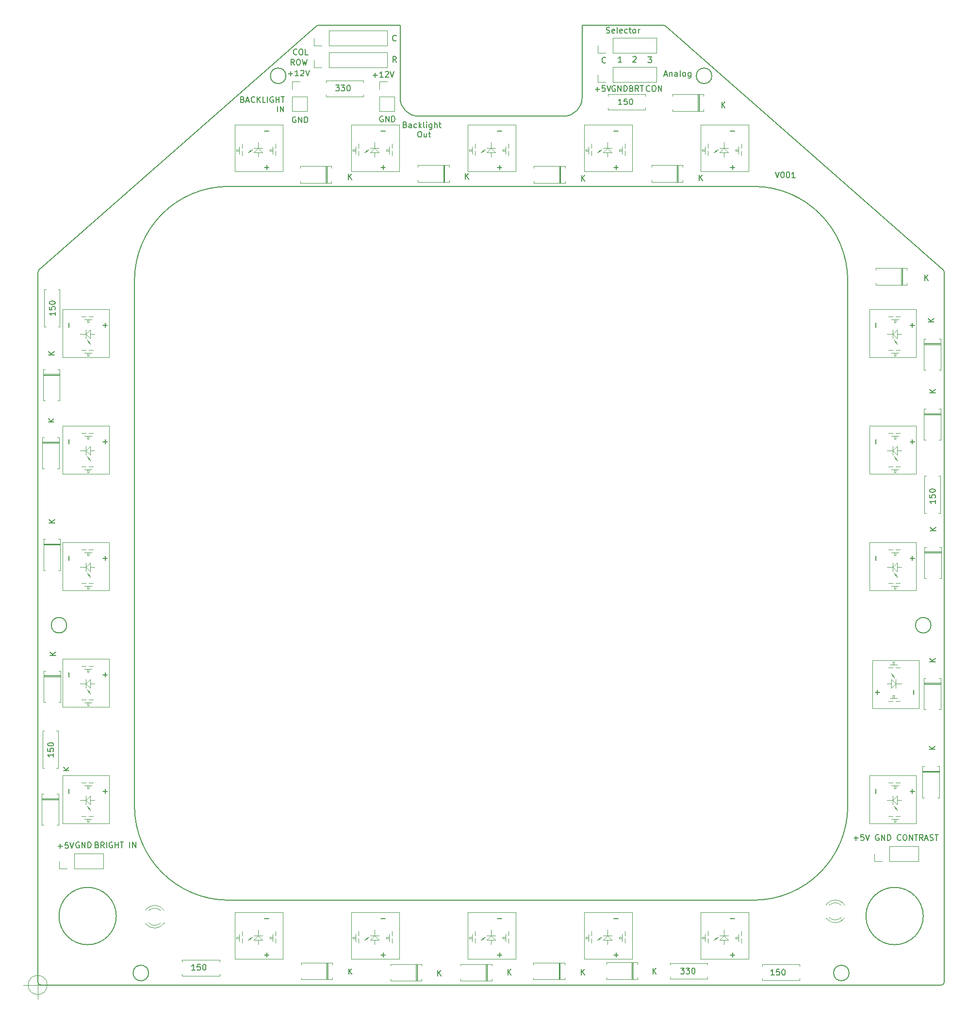
<source format=gbr>
G04 #@! TF.GenerationSoftware,KiCad,Pcbnew,(5.1.5-0-10_14)*
G04 #@! TF.CreationDate,2020-05-20T14:42:11+10:00*
G04 #@! TF.ProjectId,Buttons_DDI,42757474-6f6e-4735-9f44-44492e6b6963,rev?*
G04 #@! TF.SameCoordinates,Original*
G04 #@! TF.FileFunction,Legend,Top*
G04 #@! TF.FilePolarity,Positive*
%FSLAX46Y46*%
G04 Gerber Fmt 4.6, Leading zero omitted, Abs format (unit mm)*
G04 Created by KiCad (PCBNEW (5.1.5-0-10_14)) date 2020-05-20 14:42:11*
%MOMM*%
%LPD*%
G04 APERTURE LIST*
%ADD10C,0.150000*%
%ADD11C,0.200000*%
%ADD12C,0.100000*%
%ADD13C,0.120000*%
G04 APERTURE END LIST*
D10*
X173904380Y-91956666D02*
X173904380Y-92528095D01*
X173904380Y-92242380D02*
X172904380Y-92242380D01*
X173047238Y-92337619D01*
X173142476Y-92432857D01*
X173190095Y-92528095D01*
X172904380Y-91051904D02*
X172904380Y-91528095D01*
X173380571Y-91575714D01*
X173332952Y-91528095D01*
X173285333Y-91432857D01*
X173285333Y-91194761D01*
X173332952Y-91099523D01*
X173380571Y-91051904D01*
X173475809Y-91004285D01*
X173713904Y-91004285D01*
X173809142Y-91051904D01*
X173856761Y-91099523D01*
X173904380Y-91194761D01*
X173904380Y-91432857D01*
X173856761Y-91528095D01*
X173809142Y-91575714D01*
X172904380Y-90385238D02*
X172904380Y-90290000D01*
X172952000Y-90194761D01*
X172999619Y-90147142D01*
X173094857Y-90099523D01*
X173285333Y-90051904D01*
X173523428Y-90051904D01*
X173713904Y-90099523D01*
X173809142Y-90147142D01*
X173856761Y-90194761D01*
X173904380Y-90290000D01*
X173904380Y-90385238D01*
X173856761Y-90480476D01*
X173809142Y-90528095D01*
X173713904Y-90575714D01*
X173523428Y-90623333D01*
X173285333Y-90623333D01*
X173094857Y-90575714D01*
X172999619Y-90528095D01*
X172952000Y-90480476D01*
X172904380Y-90385238D01*
X20324380Y-59176666D02*
X20324380Y-59748095D01*
X20324380Y-59462380D02*
X19324380Y-59462380D01*
X19467238Y-59557619D01*
X19562476Y-59652857D01*
X19610095Y-59748095D01*
X19324380Y-58271904D02*
X19324380Y-58748095D01*
X19800571Y-58795714D01*
X19752952Y-58748095D01*
X19705333Y-58652857D01*
X19705333Y-58414761D01*
X19752952Y-58319523D01*
X19800571Y-58271904D01*
X19895809Y-58224285D01*
X20133904Y-58224285D01*
X20229142Y-58271904D01*
X20276761Y-58319523D01*
X20324380Y-58414761D01*
X20324380Y-58652857D01*
X20276761Y-58748095D01*
X20229142Y-58795714D01*
X19324380Y-57605238D02*
X19324380Y-57510000D01*
X19372000Y-57414761D01*
X19419619Y-57367142D01*
X19514857Y-57319523D01*
X19705333Y-57271904D01*
X19943428Y-57271904D01*
X20133904Y-57319523D01*
X20229142Y-57367142D01*
X20276761Y-57414761D01*
X20324380Y-57510000D01*
X20324380Y-57605238D01*
X20276761Y-57700476D01*
X20229142Y-57748095D01*
X20133904Y-57795714D01*
X19943428Y-57843333D01*
X19705333Y-57843333D01*
X19514857Y-57795714D01*
X19419619Y-57748095D01*
X19372000Y-57700476D01*
X19324380Y-57605238D01*
X20034380Y-136176666D02*
X20034380Y-136748095D01*
X20034380Y-136462380D02*
X19034380Y-136462380D01*
X19177238Y-136557619D01*
X19272476Y-136652857D01*
X19320095Y-136748095D01*
X19034380Y-135271904D02*
X19034380Y-135748095D01*
X19510571Y-135795714D01*
X19462952Y-135748095D01*
X19415333Y-135652857D01*
X19415333Y-135414761D01*
X19462952Y-135319523D01*
X19510571Y-135271904D01*
X19605809Y-135224285D01*
X19843904Y-135224285D01*
X19939142Y-135271904D01*
X19986761Y-135319523D01*
X20034380Y-135414761D01*
X20034380Y-135652857D01*
X19986761Y-135748095D01*
X19939142Y-135795714D01*
X19034380Y-134605238D02*
X19034380Y-134510000D01*
X19082000Y-134414761D01*
X19129619Y-134367142D01*
X19224857Y-134319523D01*
X19415333Y-134271904D01*
X19653428Y-134271904D01*
X19843904Y-134319523D01*
X19939142Y-134367142D01*
X19986761Y-134414761D01*
X20034380Y-134510000D01*
X20034380Y-134605238D01*
X19986761Y-134700476D01*
X19939142Y-134748095D01*
X19843904Y-134795714D01*
X19653428Y-134843333D01*
X19415333Y-134843333D01*
X19224857Y-134795714D01*
X19129619Y-134748095D01*
X19082000Y-134700476D01*
X19034380Y-134605238D01*
X44735333Y-173932380D02*
X44163904Y-173932380D01*
X44449619Y-173932380D02*
X44449619Y-172932380D01*
X44354380Y-173075238D01*
X44259142Y-173170476D01*
X44163904Y-173218095D01*
X45640095Y-172932380D02*
X45163904Y-172932380D01*
X45116285Y-173408571D01*
X45163904Y-173360952D01*
X45259142Y-173313333D01*
X45497238Y-173313333D01*
X45592476Y-173360952D01*
X45640095Y-173408571D01*
X45687714Y-173503809D01*
X45687714Y-173741904D01*
X45640095Y-173837142D01*
X45592476Y-173884761D01*
X45497238Y-173932380D01*
X45259142Y-173932380D01*
X45163904Y-173884761D01*
X45116285Y-173837142D01*
X46306761Y-172932380D02*
X46402000Y-172932380D01*
X46497238Y-172980000D01*
X46544857Y-173027619D01*
X46592476Y-173122857D01*
X46640095Y-173313333D01*
X46640095Y-173551428D01*
X46592476Y-173741904D01*
X46544857Y-173837142D01*
X46497238Y-173884761D01*
X46402000Y-173932380D01*
X46306761Y-173932380D01*
X46211523Y-173884761D01*
X46163904Y-173837142D01*
X46116285Y-173741904D01*
X46068666Y-173551428D01*
X46068666Y-173313333D01*
X46116285Y-173122857D01*
X46163904Y-173027619D01*
X46211523Y-172980000D01*
X46306761Y-172932380D01*
X119195333Y-23002380D02*
X118623904Y-23002380D01*
X118909619Y-23002380D02*
X118909619Y-22002380D01*
X118814380Y-22145238D01*
X118719142Y-22240476D01*
X118623904Y-22288095D01*
X120100095Y-22002380D02*
X119623904Y-22002380D01*
X119576285Y-22478571D01*
X119623904Y-22430952D01*
X119719142Y-22383333D01*
X119957238Y-22383333D01*
X120052476Y-22430952D01*
X120100095Y-22478571D01*
X120147714Y-22573809D01*
X120147714Y-22811904D01*
X120100095Y-22907142D01*
X120052476Y-22954761D01*
X119957238Y-23002380D01*
X119719142Y-23002380D01*
X119623904Y-22954761D01*
X119576285Y-22907142D01*
X120766761Y-22002380D02*
X120862000Y-22002380D01*
X120957238Y-22050000D01*
X121004857Y-22097619D01*
X121052476Y-22192857D01*
X121100095Y-22383333D01*
X121100095Y-22621428D01*
X121052476Y-22811904D01*
X121004857Y-22907142D01*
X120957238Y-22954761D01*
X120862000Y-23002380D01*
X120766761Y-23002380D01*
X120671523Y-22954761D01*
X120623904Y-22907142D01*
X120576285Y-22811904D01*
X120528666Y-22621428D01*
X120528666Y-22383333D01*
X120576285Y-22192857D01*
X120623904Y-22097619D01*
X120671523Y-22050000D01*
X120766761Y-22002380D01*
X69276285Y-19612380D02*
X69895333Y-19612380D01*
X69562000Y-19993333D01*
X69704857Y-19993333D01*
X69800095Y-20040952D01*
X69847714Y-20088571D01*
X69895333Y-20183809D01*
X69895333Y-20421904D01*
X69847714Y-20517142D01*
X69800095Y-20564761D01*
X69704857Y-20612380D01*
X69419142Y-20612380D01*
X69323904Y-20564761D01*
X69276285Y-20517142D01*
X70228666Y-19612380D02*
X70847714Y-19612380D01*
X70514380Y-19993333D01*
X70657238Y-19993333D01*
X70752476Y-20040952D01*
X70800095Y-20088571D01*
X70847714Y-20183809D01*
X70847714Y-20421904D01*
X70800095Y-20517142D01*
X70752476Y-20564761D01*
X70657238Y-20612380D01*
X70371523Y-20612380D01*
X70276285Y-20564761D01*
X70228666Y-20517142D01*
X71466761Y-19612380D02*
X71562000Y-19612380D01*
X71657238Y-19660000D01*
X71704857Y-19707619D01*
X71752476Y-19802857D01*
X71800095Y-19993333D01*
X71800095Y-20231428D01*
X71752476Y-20421904D01*
X71704857Y-20517142D01*
X71657238Y-20564761D01*
X71562000Y-20612380D01*
X71466761Y-20612380D01*
X71371523Y-20564761D01*
X71323904Y-20517142D01*
X71276285Y-20421904D01*
X71228666Y-20231428D01*
X71228666Y-19993333D01*
X71276285Y-19802857D01*
X71323904Y-19707619D01*
X71371523Y-19660000D01*
X71466761Y-19612380D01*
X145805333Y-174792380D02*
X145233904Y-174792380D01*
X145519619Y-174792380D02*
X145519619Y-173792380D01*
X145424380Y-173935238D01*
X145329142Y-174030476D01*
X145233904Y-174078095D01*
X146710095Y-173792380D02*
X146233904Y-173792380D01*
X146186285Y-174268571D01*
X146233904Y-174220952D01*
X146329142Y-174173333D01*
X146567238Y-174173333D01*
X146662476Y-174220952D01*
X146710095Y-174268571D01*
X146757714Y-174363809D01*
X146757714Y-174601904D01*
X146710095Y-174697142D01*
X146662476Y-174744761D01*
X146567238Y-174792380D01*
X146329142Y-174792380D01*
X146233904Y-174744761D01*
X146186285Y-174697142D01*
X147376761Y-173792380D02*
X147472000Y-173792380D01*
X147567238Y-173840000D01*
X147614857Y-173887619D01*
X147662476Y-173982857D01*
X147710095Y-174173333D01*
X147710095Y-174411428D01*
X147662476Y-174601904D01*
X147614857Y-174697142D01*
X147567238Y-174744761D01*
X147472000Y-174792380D01*
X147376761Y-174792380D01*
X147281523Y-174744761D01*
X147233904Y-174697142D01*
X147186285Y-174601904D01*
X147138666Y-174411428D01*
X147138666Y-174173333D01*
X147186285Y-173982857D01*
X147233904Y-173887619D01*
X147281523Y-173840000D01*
X147376761Y-173792380D01*
X129456285Y-173582380D02*
X130075333Y-173582380D01*
X129742000Y-173963333D01*
X129884857Y-173963333D01*
X129980095Y-174010952D01*
X130027714Y-174058571D01*
X130075333Y-174153809D01*
X130075333Y-174391904D01*
X130027714Y-174487142D01*
X129980095Y-174534761D01*
X129884857Y-174582380D01*
X129599142Y-174582380D01*
X129503904Y-174534761D01*
X129456285Y-174487142D01*
X130408666Y-173582380D02*
X131027714Y-173582380D01*
X130694380Y-173963333D01*
X130837238Y-173963333D01*
X130932476Y-174010952D01*
X130980095Y-174058571D01*
X131027714Y-174153809D01*
X131027714Y-174391904D01*
X130980095Y-174487142D01*
X130932476Y-174534761D01*
X130837238Y-174582380D01*
X130551523Y-174582380D01*
X130456285Y-174534761D01*
X130408666Y-174487142D01*
X131646761Y-173582380D02*
X131742000Y-173582380D01*
X131837238Y-173630000D01*
X131884857Y-173677619D01*
X131932476Y-173772857D01*
X131980095Y-173963333D01*
X131980095Y-174201428D01*
X131932476Y-174391904D01*
X131884857Y-174487142D01*
X131837238Y-174534761D01*
X131742000Y-174582380D01*
X131646761Y-174582380D01*
X131551523Y-174534761D01*
X131503904Y-174487142D01*
X131456285Y-174391904D01*
X131408666Y-174201428D01*
X131408666Y-173963333D01*
X131456285Y-173772857D01*
X131503904Y-173677619D01*
X131551523Y-173630000D01*
X131646761Y-173582380D01*
X159696285Y-150921428D02*
X160458190Y-150921428D01*
X160077238Y-151302380D02*
X160077238Y-150540476D01*
X161410571Y-150302380D02*
X160934380Y-150302380D01*
X160886761Y-150778571D01*
X160934380Y-150730952D01*
X161029619Y-150683333D01*
X161267714Y-150683333D01*
X161362952Y-150730952D01*
X161410571Y-150778571D01*
X161458190Y-150873809D01*
X161458190Y-151111904D01*
X161410571Y-151207142D01*
X161362952Y-151254761D01*
X161267714Y-151302380D01*
X161029619Y-151302380D01*
X160934380Y-151254761D01*
X160886761Y-151207142D01*
X161743904Y-150302380D02*
X162077238Y-151302380D01*
X162410571Y-150302380D01*
X164029619Y-150350000D02*
X163934380Y-150302380D01*
X163791523Y-150302380D01*
X163648666Y-150350000D01*
X163553428Y-150445238D01*
X163505809Y-150540476D01*
X163458190Y-150730952D01*
X163458190Y-150873809D01*
X163505809Y-151064285D01*
X163553428Y-151159523D01*
X163648666Y-151254761D01*
X163791523Y-151302380D01*
X163886761Y-151302380D01*
X164029619Y-151254761D01*
X164077238Y-151207142D01*
X164077238Y-150873809D01*
X163886761Y-150873809D01*
X164505809Y-151302380D02*
X164505809Y-150302380D01*
X165077238Y-151302380D01*
X165077238Y-150302380D01*
X165553428Y-151302380D02*
X165553428Y-150302380D01*
X165791523Y-150302380D01*
X165934380Y-150350000D01*
X166029619Y-150445238D01*
X166077238Y-150540476D01*
X166124857Y-150730952D01*
X166124857Y-150873809D01*
X166077238Y-151064285D01*
X166029619Y-151159523D01*
X165934380Y-151254761D01*
X165791523Y-151302380D01*
X165553428Y-151302380D01*
X167886761Y-151207142D02*
X167839142Y-151254761D01*
X167696285Y-151302380D01*
X167601047Y-151302380D01*
X167458190Y-151254761D01*
X167362952Y-151159523D01*
X167315333Y-151064285D01*
X167267714Y-150873809D01*
X167267714Y-150730952D01*
X167315333Y-150540476D01*
X167362952Y-150445238D01*
X167458190Y-150350000D01*
X167601047Y-150302380D01*
X167696285Y-150302380D01*
X167839142Y-150350000D01*
X167886761Y-150397619D01*
X168505809Y-150302380D02*
X168696285Y-150302380D01*
X168791523Y-150350000D01*
X168886761Y-150445238D01*
X168934380Y-150635714D01*
X168934380Y-150969047D01*
X168886761Y-151159523D01*
X168791523Y-151254761D01*
X168696285Y-151302380D01*
X168505809Y-151302380D01*
X168410571Y-151254761D01*
X168315333Y-151159523D01*
X168267714Y-150969047D01*
X168267714Y-150635714D01*
X168315333Y-150445238D01*
X168410571Y-150350000D01*
X168505809Y-150302380D01*
X169362952Y-151302380D02*
X169362952Y-150302380D01*
X169934380Y-151302380D01*
X169934380Y-150302380D01*
X170267714Y-150302380D02*
X170839142Y-150302380D01*
X170553428Y-151302380D02*
X170553428Y-150302380D01*
X171743904Y-151302380D02*
X171410571Y-150826190D01*
X171172476Y-151302380D02*
X171172476Y-150302380D01*
X171553428Y-150302380D01*
X171648666Y-150350000D01*
X171696285Y-150397619D01*
X171743904Y-150492857D01*
X171743904Y-150635714D01*
X171696285Y-150730952D01*
X171648666Y-150778571D01*
X171553428Y-150826190D01*
X171172476Y-150826190D01*
X172124857Y-151016666D02*
X172601047Y-151016666D01*
X172029619Y-151302380D02*
X172362952Y-150302380D01*
X172696285Y-151302380D01*
X172982000Y-151254761D02*
X173124857Y-151302380D01*
X173362952Y-151302380D01*
X173458190Y-151254761D01*
X173505809Y-151207142D01*
X173553428Y-151111904D01*
X173553428Y-151016666D01*
X173505809Y-150921428D01*
X173458190Y-150873809D01*
X173362952Y-150826190D01*
X173172476Y-150778571D01*
X173077238Y-150730952D01*
X173029619Y-150683333D01*
X172982000Y-150588095D01*
X172982000Y-150492857D01*
X173029619Y-150397619D01*
X173077238Y-150350000D01*
X173172476Y-150302380D01*
X173410571Y-150302380D01*
X173553428Y-150350000D01*
X173839142Y-150302380D02*
X174410571Y-150302380D01*
X174124857Y-151302380D02*
X174124857Y-150302380D01*
X27627714Y-152088571D02*
X27770571Y-152136190D01*
X27818190Y-152183809D01*
X27865809Y-152279047D01*
X27865809Y-152421904D01*
X27818190Y-152517142D01*
X27770571Y-152564761D01*
X27675333Y-152612380D01*
X27294380Y-152612380D01*
X27294380Y-151612380D01*
X27627714Y-151612380D01*
X27722952Y-151660000D01*
X27770571Y-151707619D01*
X27818190Y-151802857D01*
X27818190Y-151898095D01*
X27770571Y-151993333D01*
X27722952Y-152040952D01*
X27627714Y-152088571D01*
X27294380Y-152088571D01*
X28865809Y-152612380D02*
X28532476Y-152136190D01*
X28294380Y-152612380D02*
X28294380Y-151612380D01*
X28675333Y-151612380D01*
X28770571Y-151660000D01*
X28818190Y-151707619D01*
X28865809Y-151802857D01*
X28865809Y-151945714D01*
X28818190Y-152040952D01*
X28770571Y-152088571D01*
X28675333Y-152136190D01*
X28294380Y-152136190D01*
X29294380Y-152612380D02*
X29294380Y-151612380D01*
X30294380Y-151660000D02*
X30199142Y-151612380D01*
X30056285Y-151612380D01*
X29913428Y-151660000D01*
X29818190Y-151755238D01*
X29770571Y-151850476D01*
X29722952Y-152040952D01*
X29722952Y-152183809D01*
X29770571Y-152374285D01*
X29818190Y-152469523D01*
X29913428Y-152564761D01*
X30056285Y-152612380D01*
X30151523Y-152612380D01*
X30294380Y-152564761D01*
X30342000Y-152517142D01*
X30342000Y-152183809D01*
X30151523Y-152183809D01*
X30770571Y-152612380D02*
X30770571Y-151612380D01*
X30770571Y-152088571D02*
X31342000Y-152088571D01*
X31342000Y-152612380D02*
X31342000Y-151612380D01*
X31675333Y-151612380D02*
X32246761Y-151612380D01*
X31961047Y-152612380D02*
X31961047Y-151612380D01*
X33342000Y-152612380D02*
X33342000Y-151612380D01*
X33818190Y-152612380D02*
X33818190Y-151612380D01*
X34389619Y-152612380D01*
X34389619Y-151612380D01*
X24500095Y-151660000D02*
X24404857Y-151612380D01*
X24262000Y-151612380D01*
X24119142Y-151660000D01*
X24023904Y-151755238D01*
X23976285Y-151850476D01*
X23928666Y-152040952D01*
X23928666Y-152183809D01*
X23976285Y-152374285D01*
X24023904Y-152469523D01*
X24119142Y-152564761D01*
X24262000Y-152612380D01*
X24357238Y-152612380D01*
X24500095Y-152564761D01*
X24547714Y-152517142D01*
X24547714Y-152183809D01*
X24357238Y-152183809D01*
X24976285Y-152612380D02*
X24976285Y-151612380D01*
X25547714Y-152612380D01*
X25547714Y-151612380D01*
X26023904Y-152612380D02*
X26023904Y-151612380D01*
X26262000Y-151612380D01*
X26404857Y-151660000D01*
X26500095Y-151755238D01*
X26547714Y-151850476D01*
X26595333Y-152040952D01*
X26595333Y-152183809D01*
X26547714Y-152374285D01*
X26500095Y-152469523D01*
X26404857Y-152564761D01*
X26262000Y-152612380D01*
X26023904Y-152612380D01*
X20856285Y-152301428D02*
X21618190Y-152301428D01*
X21237238Y-152682380D02*
X21237238Y-151920476D01*
X22570571Y-151682380D02*
X22094380Y-151682380D01*
X22046761Y-152158571D01*
X22094380Y-152110952D01*
X22189619Y-152063333D01*
X22427714Y-152063333D01*
X22522952Y-152110952D01*
X22570571Y-152158571D01*
X22618190Y-152253809D01*
X22618190Y-152491904D01*
X22570571Y-152587142D01*
X22522952Y-152634761D01*
X22427714Y-152682380D01*
X22189619Y-152682380D01*
X22094380Y-152634761D01*
X22046761Y-152587142D01*
X22903904Y-151682380D02*
X23237238Y-152682380D01*
X23570571Y-151682380D01*
X62512952Y-14217142D02*
X62465333Y-14264761D01*
X62322476Y-14312380D01*
X62227238Y-14312380D01*
X62084380Y-14264761D01*
X61989142Y-14169523D01*
X61941523Y-14074285D01*
X61893904Y-13883809D01*
X61893904Y-13740952D01*
X61941523Y-13550476D01*
X61989142Y-13455238D01*
X62084380Y-13360000D01*
X62227238Y-13312380D01*
X62322476Y-13312380D01*
X62465333Y-13360000D01*
X62512952Y-13407619D01*
X63132000Y-13312380D02*
X63322476Y-13312380D01*
X63417714Y-13360000D01*
X63512952Y-13455238D01*
X63560571Y-13645714D01*
X63560571Y-13979047D01*
X63512952Y-14169523D01*
X63417714Y-14264761D01*
X63322476Y-14312380D01*
X63132000Y-14312380D01*
X63036761Y-14264761D01*
X62941523Y-14169523D01*
X62893904Y-13979047D01*
X62893904Y-13645714D01*
X62941523Y-13455238D01*
X63036761Y-13360000D01*
X63132000Y-13312380D01*
X64465333Y-14312380D02*
X63989142Y-14312380D01*
X63989142Y-13312380D01*
X62056285Y-16122380D02*
X61722952Y-15646190D01*
X61484857Y-16122380D02*
X61484857Y-15122380D01*
X61865809Y-15122380D01*
X61961047Y-15170000D01*
X62008666Y-15217619D01*
X62056285Y-15312857D01*
X62056285Y-15455714D01*
X62008666Y-15550952D01*
X61961047Y-15598571D01*
X61865809Y-15646190D01*
X61484857Y-15646190D01*
X62675333Y-15122380D02*
X62865809Y-15122380D01*
X62961047Y-15170000D01*
X63056285Y-15265238D01*
X63103904Y-15455714D01*
X63103904Y-15789047D01*
X63056285Y-15979523D01*
X62961047Y-16074761D01*
X62865809Y-16122380D01*
X62675333Y-16122380D01*
X62580095Y-16074761D01*
X62484857Y-15979523D01*
X62437238Y-15789047D01*
X62437238Y-15455714D01*
X62484857Y-15265238D01*
X62580095Y-15170000D01*
X62675333Y-15122380D01*
X63437238Y-15122380D02*
X63675333Y-16122380D01*
X63865809Y-15408095D01*
X64056285Y-16122380D01*
X64294380Y-15122380D01*
X61010095Y-17631428D02*
X61772000Y-17631428D01*
X61391047Y-18012380D02*
X61391047Y-17250476D01*
X62772000Y-18012380D02*
X62200571Y-18012380D01*
X62486285Y-18012380D02*
X62486285Y-17012380D01*
X62391047Y-17155238D01*
X62295809Y-17250476D01*
X62200571Y-17298095D01*
X63152952Y-17107619D02*
X63200571Y-17060000D01*
X63295809Y-17012380D01*
X63533904Y-17012380D01*
X63629142Y-17060000D01*
X63676761Y-17107619D01*
X63724380Y-17202857D01*
X63724380Y-17298095D01*
X63676761Y-17440952D01*
X63105333Y-18012380D01*
X63724380Y-18012380D01*
X64010095Y-17012380D02*
X64343428Y-18012380D01*
X64676761Y-17012380D01*
X75800095Y-17851428D02*
X76562000Y-17851428D01*
X76181047Y-18232380D02*
X76181047Y-17470476D01*
X77562000Y-18232380D02*
X76990571Y-18232380D01*
X77276285Y-18232380D02*
X77276285Y-17232380D01*
X77181047Y-17375238D01*
X77085809Y-17470476D01*
X76990571Y-17518095D01*
X77942952Y-17327619D02*
X77990571Y-17280000D01*
X78085809Y-17232380D01*
X78323904Y-17232380D01*
X78419142Y-17280000D01*
X78466761Y-17327619D01*
X78514380Y-17422857D01*
X78514380Y-17518095D01*
X78466761Y-17660952D01*
X77895333Y-18232380D01*
X78514380Y-18232380D01*
X78800095Y-17232380D02*
X79133428Y-18232380D01*
X79466761Y-17232380D01*
X79831523Y-15622380D02*
X79498190Y-15146190D01*
X79260095Y-15622380D02*
X79260095Y-14622380D01*
X79641047Y-14622380D01*
X79736285Y-14670000D01*
X79783904Y-14717619D01*
X79831523Y-14812857D01*
X79831523Y-14955714D01*
X79783904Y-15050952D01*
X79736285Y-15098571D01*
X79641047Y-15146190D01*
X79260095Y-15146190D01*
X79831523Y-11827142D02*
X79783904Y-11874761D01*
X79641047Y-11922380D01*
X79545809Y-11922380D01*
X79402952Y-11874761D01*
X79307714Y-11779523D01*
X79260095Y-11684285D01*
X79212476Y-11493809D01*
X79212476Y-11350952D01*
X79260095Y-11160476D01*
X79307714Y-11065238D01*
X79402952Y-10970000D01*
X79545809Y-10922380D01*
X79641047Y-10922380D01*
X79783904Y-10970000D01*
X79831523Y-11017619D01*
X77520095Y-25040000D02*
X77424857Y-24992380D01*
X77282000Y-24992380D01*
X77139142Y-25040000D01*
X77043904Y-25135238D01*
X76996285Y-25230476D01*
X76948666Y-25420952D01*
X76948666Y-25563809D01*
X76996285Y-25754285D01*
X77043904Y-25849523D01*
X77139142Y-25944761D01*
X77282000Y-25992380D01*
X77377238Y-25992380D01*
X77520095Y-25944761D01*
X77567714Y-25897142D01*
X77567714Y-25563809D01*
X77377238Y-25563809D01*
X77996285Y-25992380D02*
X77996285Y-24992380D01*
X78567714Y-25992380D01*
X78567714Y-24992380D01*
X79043904Y-25992380D02*
X79043904Y-24992380D01*
X79282000Y-24992380D01*
X79424857Y-25040000D01*
X79520095Y-25135238D01*
X79567714Y-25230476D01*
X79615333Y-25420952D01*
X79615333Y-25563809D01*
X79567714Y-25754285D01*
X79520095Y-25849523D01*
X79424857Y-25944761D01*
X79282000Y-25992380D01*
X79043904Y-25992380D01*
X62300095Y-25180000D02*
X62204857Y-25132380D01*
X62062000Y-25132380D01*
X61919142Y-25180000D01*
X61823904Y-25275238D01*
X61776285Y-25370476D01*
X61728666Y-25560952D01*
X61728666Y-25703809D01*
X61776285Y-25894285D01*
X61823904Y-25989523D01*
X61919142Y-26084761D01*
X62062000Y-26132380D01*
X62157238Y-26132380D01*
X62300095Y-26084761D01*
X62347714Y-26037142D01*
X62347714Y-25703809D01*
X62157238Y-25703809D01*
X62776285Y-26132380D02*
X62776285Y-25132380D01*
X63347714Y-26132380D01*
X63347714Y-25132380D01*
X63823904Y-26132380D02*
X63823904Y-25132380D01*
X64062000Y-25132380D01*
X64204857Y-25180000D01*
X64300095Y-25275238D01*
X64347714Y-25370476D01*
X64395333Y-25560952D01*
X64395333Y-25703809D01*
X64347714Y-25894285D01*
X64300095Y-25989523D01*
X64204857Y-26084761D01*
X64062000Y-26132380D01*
X63823904Y-26132380D01*
X53043547Y-22103571D02*
X53186404Y-22151190D01*
X53234023Y-22198809D01*
X53281642Y-22294047D01*
X53281642Y-22436904D01*
X53234023Y-22532142D01*
X53186404Y-22579761D01*
X53091166Y-22627380D01*
X52710214Y-22627380D01*
X52710214Y-21627380D01*
X53043547Y-21627380D01*
X53138785Y-21675000D01*
X53186404Y-21722619D01*
X53234023Y-21817857D01*
X53234023Y-21913095D01*
X53186404Y-22008333D01*
X53138785Y-22055952D01*
X53043547Y-22103571D01*
X52710214Y-22103571D01*
X53662595Y-22341666D02*
X54138785Y-22341666D01*
X53567357Y-22627380D02*
X53900690Y-21627380D01*
X54234023Y-22627380D01*
X55138785Y-22532142D02*
X55091166Y-22579761D01*
X54948309Y-22627380D01*
X54853071Y-22627380D01*
X54710214Y-22579761D01*
X54614976Y-22484523D01*
X54567357Y-22389285D01*
X54519738Y-22198809D01*
X54519738Y-22055952D01*
X54567357Y-21865476D01*
X54614976Y-21770238D01*
X54710214Y-21675000D01*
X54853071Y-21627380D01*
X54948309Y-21627380D01*
X55091166Y-21675000D01*
X55138785Y-21722619D01*
X55567357Y-22627380D02*
X55567357Y-21627380D01*
X56138785Y-22627380D02*
X55710214Y-22055952D01*
X56138785Y-21627380D02*
X55567357Y-22198809D01*
X57043547Y-22627380D02*
X56567357Y-22627380D01*
X56567357Y-21627380D01*
X57376880Y-22627380D02*
X57376880Y-21627380D01*
X58376880Y-21675000D02*
X58281642Y-21627380D01*
X58138785Y-21627380D01*
X57995928Y-21675000D01*
X57900690Y-21770238D01*
X57853071Y-21865476D01*
X57805452Y-22055952D01*
X57805452Y-22198809D01*
X57853071Y-22389285D01*
X57900690Y-22484523D01*
X57995928Y-22579761D01*
X58138785Y-22627380D01*
X58234023Y-22627380D01*
X58376880Y-22579761D01*
X58424500Y-22532142D01*
X58424500Y-22198809D01*
X58234023Y-22198809D01*
X58853071Y-22627380D02*
X58853071Y-21627380D01*
X58853071Y-22103571D02*
X59424500Y-22103571D01*
X59424500Y-22627380D02*
X59424500Y-21627380D01*
X59757833Y-21627380D02*
X60329261Y-21627380D01*
X60043547Y-22627380D02*
X60043547Y-21627380D01*
X59138785Y-24277380D02*
X59138785Y-23277380D01*
X59614976Y-24277380D02*
X59614976Y-23277380D01*
X60186404Y-24277380D01*
X60186404Y-23277380D01*
X124083904Y-20597142D02*
X124036285Y-20644761D01*
X123893428Y-20692380D01*
X123798190Y-20692380D01*
X123655333Y-20644761D01*
X123560095Y-20549523D01*
X123512476Y-20454285D01*
X123464857Y-20263809D01*
X123464857Y-20120952D01*
X123512476Y-19930476D01*
X123560095Y-19835238D01*
X123655333Y-19740000D01*
X123798190Y-19692380D01*
X123893428Y-19692380D01*
X124036285Y-19740000D01*
X124083904Y-19787619D01*
X124702952Y-19692380D02*
X124893428Y-19692380D01*
X124988666Y-19740000D01*
X125083904Y-19835238D01*
X125131523Y-20025714D01*
X125131523Y-20359047D01*
X125083904Y-20549523D01*
X124988666Y-20644761D01*
X124893428Y-20692380D01*
X124702952Y-20692380D01*
X124607714Y-20644761D01*
X124512476Y-20549523D01*
X124464857Y-20359047D01*
X124464857Y-20025714D01*
X124512476Y-19835238D01*
X124607714Y-19740000D01*
X124702952Y-19692380D01*
X125560095Y-20692380D02*
X125560095Y-19692380D01*
X126131523Y-20692380D01*
X126131523Y-19692380D01*
X120892476Y-20168571D02*
X121035333Y-20216190D01*
X121082952Y-20263809D01*
X121130571Y-20359047D01*
X121130571Y-20501904D01*
X121082952Y-20597142D01*
X121035333Y-20644761D01*
X120940095Y-20692380D01*
X120559142Y-20692380D01*
X120559142Y-19692380D01*
X120892476Y-19692380D01*
X120987714Y-19740000D01*
X121035333Y-19787619D01*
X121082952Y-19882857D01*
X121082952Y-19978095D01*
X121035333Y-20073333D01*
X120987714Y-20120952D01*
X120892476Y-20168571D01*
X120559142Y-20168571D01*
X122130571Y-20692380D02*
X121797238Y-20216190D01*
X121559142Y-20692380D02*
X121559142Y-19692380D01*
X121940095Y-19692380D01*
X122035333Y-19740000D01*
X122082952Y-19787619D01*
X122130571Y-19882857D01*
X122130571Y-20025714D01*
X122082952Y-20120952D01*
X122035333Y-20168571D01*
X121940095Y-20216190D01*
X121559142Y-20216190D01*
X122416285Y-19692380D02*
X122987714Y-19692380D01*
X122702000Y-20692380D02*
X122702000Y-19692380D01*
X118040095Y-19740000D02*
X117944857Y-19692380D01*
X117802000Y-19692380D01*
X117659142Y-19740000D01*
X117563904Y-19835238D01*
X117516285Y-19930476D01*
X117468666Y-20120952D01*
X117468666Y-20263809D01*
X117516285Y-20454285D01*
X117563904Y-20549523D01*
X117659142Y-20644761D01*
X117802000Y-20692380D01*
X117897238Y-20692380D01*
X118040095Y-20644761D01*
X118087714Y-20597142D01*
X118087714Y-20263809D01*
X117897238Y-20263809D01*
X118516285Y-20692380D02*
X118516285Y-19692380D01*
X119087714Y-20692380D01*
X119087714Y-19692380D01*
X119563904Y-20692380D02*
X119563904Y-19692380D01*
X119802000Y-19692380D01*
X119944857Y-19740000D01*
X120040095Y-19835238D01*
X120087714Y-19930476D01*
X120135333Y-20120952D01*
X120135333Y-20263809D01*
X120087714Y-20454285D01*
X120040095Y-20549523D01*
X119944857Y-20644761D01*
X119802000Y-20692380D01*
X119563904Y-20692380D01*
X114546285Y-20311428D02*
X115308190Y-20311428D01*
X114927238Y-20692380D02*
X114927238Y-19930476D01*
X116260571Y-19692380D02*
X115784380Y-19692380D01*
X115736761Y-20168571D01*
X115784380Y-20120952D01*
X115879619Y-20073333D01*
X116117714Y-20073333D01*
X116212952Y-20120952D01*
X116260571Y-20168571D01*
X116308190Y-20263809D01*
X116308190Y-20501904D01*
X116260571Y-20597142D01*
X116212952Y-20644761D01*
X116117714Y-20692380D01*
X115879619Y-20692380D01*
X115784380Y-20644761D01*
X115736761Y-20597142D01*
X116593904Y-19692380D02*
X116927238Y-20692380D01*
X117260571Y-19692380D01*
X123768666Y-14692380D02*
X124387714Y-14692380D01*
X124054380Y-15073333D01*
X124197238Y-15073333D01*
X124292476Y-15120952D01*
X124340095Y-15168571D01*
X124387714Y-15263809D01*
X124387714Y-15501904D01*
X124340095Y-15597142D01*
X124292476Y-15644761D01*
X124197238Y-15692380D01*
X123911523Y-15692380D01*
X123816285Y-15644761D01*
X123768666Y-15597142D01*
X121136285Y-14717619D02*
X121183904Y-14670000D01*
X121279142Y-14622380D01*
X121517238Y-14622380D01*
X121612476Y-14670000D01*
X121660095Y-14717619D01*
X121707714Y-14812857D01*
X121707714Y-14908095D01*
X121660095Y-15050952D01*
X121088666Y-15622380D01*
X121707714Y-15622380D01*
X119167714Y-15622380D02*
X118596285Y-15622380D01*
X118882000Y-15622380D02*
X118882000Y-14622380D01*
X118786761Y-14765238D01*
X118691523Y-14860476D01*
X118596285Y-14908095D01*
X116361523Y-15657142D02*
X116313904Y-15704761D01*
X116171047Y-15752380D01*
X116075809Y-15752380D01*
X115932952Y-15704761D01*
X115837714Y-15609523D01*
X115790095Y-15514285D01*
X115742476Y-15323809D01*
X115742476Y-15180952D01*
X115790095Y-14990476D01*
X115837714Y-14895238D01*
X115932952Y-14800000D01*
X116075809Y-14752380D01*
X116171047Y-14752380D01*
X116313904Y-14800000D01*
X116361523Y-14847619D01*
X126652476Y-17786666D02*
X127128666Y-17786666D01*
X126557238Y-18072380D02*
X126890571Y-17072380D01*
X127223904Y-18072380D01*
X127557238Y-17405714D02*
X127557238Y-18072380D01*
X127557238Y-17500952D02*
X127604857Y-17453333D01*
X127700095Y-17405714D01*
X127842952Y-17405714D01*
X127938190Y-17453333D01*
X127985809Y-17548571D01*
X127985809Y-18072380D01*
X128890571Y-18072380D02*
X128890571Y-17548571D01*
X128842952Y-17453333D01*
X128747714Y-17405714D01*
X128557238Y-17405714D01*
X128462000Y-17453333D01*
X128890571Y-18024761D02*
X128795333Y-18072380D01*
X128557238Y-18072380D01*
X128462000Y-18024761D01*
X128414380Y-17929523D01*
X128414380Y-17834285D01*
X128462000Y-17739047D01*
X128557238Y-17691428D01*
X128795333Y-17691428D01*
X128890571Y-17643809D01*
X129509619Y-18072380D02*
X129414380Y-18024761D01*
X129366761Y-17929523D01*
X129366761Y-17072380D01*
X130033428Y-18072380D02*
X129938190Y-18024761D01*
X129890571Y-17977142D01*
X129842952Y-17881904D01*
X129842952Y-17596190D01*
X129890571Y-17500952D01*
X129938190Y-17453333D01*
X130033428Y-17405714D01*
X130176285Y-17405714D01*
X130271523Y-17453333D01*
X130319142Y-17500952D01*
X130366761Y-17596190D01*
X130366761Y-17881904D01*
X130319142Y-17977142D01*
X130271523Y-18024761D01*
X130176285Y-18072380D01*
X130033428Y-18072380D01*
X131223904Y-17405714D02*
X131223904Y-18215238D01*
X131176285Y-18310476D01*
X131128666Y-18358095D01*
X131033428Y-18405714D01*
X130890571Y-18405714D01*
X130795333Y-18358095D01*
X131223904Y-18024761D02*
X131128666Y-18072380D01*
X130938190Y-18072380D01*
X130842952Y-18024761D01*
X130795333Y-17977142D01*
X130747714Y-17881904D01*
X130747714Y-17596190D01*
X130795333Y-17500952D01*
X130842952Y-17453333D01*
X130938190Y-17405714D01*
X131128666Y-17405714D01*
X131223904Y-17453333D01*
X116511047Y-10484761D02*
X116653904Y-10532380D01*
X116892000Y-10532380D01*
X116987238Y-10484761D01*
X117034857Y-10437142D01*
X117082476Y-10341904D01*
X117082476Y-10246666D01*
X117034857Y-10151428D01*
X116987238Y-10103809D01*
X116892000Y-10056190D01*
X116701523Y-10008571D01*
X116606285Y-9960952D01*
X116558666Y-9913333D01*
X116511047Y-9818095D01*
X116511047Y-9722857D01*
X116558666Y-9627619D01*
X116606285Y-9580000D01*
X116701523Y-9532380D01*
X116939619Y-9532380D01*
X117082476Y-9580000D01*
X117892000Y-10484761D02*
X117796761Y-10532380D01*
X117606285Y-10532380D01*
X117511047Y-10484761D01*
X117463428Y-10389523D01*
X117463428Y-10008571D01*
X117511047Y-9913333D01*
X117606285Y-9865714D01*
X117796761Y-9865714D01*
X117892000Y-9913333D01*
X117939619Y-10008571D01*
X117939619Y-10103809D01*
X117463428Y-10199047D01*
X118511047Y-10532380D02*
X118415809Y-10484761D01*
X118368190Y-10389523D01*
X118368190Y-9532380D01*
X119272952Y-10484761D02*
X119177714Y-10532380D01*
X118987238Y-10532380D01*
X118892000Y-10484761D01*
X118844380Y-10389523D01*
X118844380Y-10008571D01*
X118892000Y-9913333D01*
X118987238Y-9865714D01*
X119177714Y-9865714D01*
X119272952Y-9913333D01*
X119320571Y-10008571D01*
X119320571Y-10103809D01*
X118844380Y-10199047D01*
X120177714Y-10484761D02*
X120082476Y-10532380D01*
X119892000Y-10532380D01*
X119796761Y-10484761D01*
X119749142Y-10437142D01*
X119701523Y-10341904D01*
X119701523Y-10056190D01*
X119749142Y-9960952D01*
X119796761Y-9913333D01*
X119892000Y-9865714D01*
X120082476Y-9865714D01*
X120177714Y-9913333D01*
X120463428Y-9865714D02*
X120844380Y-9865714D01*
X120606285Y-9532380D02*
X120606285Y-10389523D01*
X120653904Y-10484761D01*
X120749142Y-10532380D01*
X120844380Y-10532380D01*
X121320571Y-10532380D02*
X121225333Y-10484761D01*
X121177714Y-10437142D01*
X121130095Y-10341904D01*
X121130095Y-10056190D01*
X121177714Y-9960952D01*
X121225333Y-9913333D01*
X121320571Y-9865714D01*
X121463428Y-9865714D01*
X121558666Y-9913333D01*
X121606285Y-9960952D01*
X121653904Y-10056190D01*
X121653904Y-10341904D01*
X121606285Y-10437142D01*
X121558666Y-10484761D01*
X121463428Y-10532380D01*
X121320571Y-10532380D01*
X122082476Y-10532380D02*
X122082476Y-9865714D01*
X122082476Y-10056190D02*
X122130095Y-9960952D01*
X122177714Y-9913333D01*
X122272952Y-9865714D01*
X122368190Y-9865714D01*
X81386285Y-26513571D02*
X81529142Y-26561190D01*
X81576761Y-26608809D01*
X81624380Y-26704047D01*
X81624380Y-26846904D01*
X81576761Y-26942142D01*
X81529142Y-26989761D01*
X81433904Y-27037380D01*
X81052952Y-27037380D01*
X81052952Y-26037380D01*
X81386285Y-26037380D01*
X81481523Y-26085000D01*
X81529142Y-26132619D01*
X81576761Y-26227857D01*
X81576761Y-26323095D01*
X81529142Y-26418333D01*
X81481523Y-26465952D01*
X81386285Y-26513571D01*
X81052952Y-26513571D01*
X82481523Y-27037380D02*
X82481523Y-26513571D01*
X82433904Y-26418333D01*
X82338666Y-26370714D01*
X82148190Y-26370714D01*
X82052952Y-26418333D01*
X82481523Y-26989761D02*
X82386285Y-27037380D01*
X82148190Y-27037380D01*
X82052952Y-26989761D01*
X82005333Y-26894523D01*
X82005333Y-26799285D01*
X82052952Y-26704047D01*
X82148190Y-26656428D01*
X82386285Y-26656428D01*
X82481523Y-26608809D01*
X83386285Y-26989761D02*
X83291047Y-27037380D01*
X83100571Y-27037380D01*
X83005333Y-26989761D01*
X82957714Y-26942142D01*
X82910095Y-26846904D01*
X82910095Y-26561190D01*
X82957714Y-26465952D01*
X83005333Y-26418333D01*
X83100571Y-26370714D01*
X83291047Y-26370714D01*
X83386285Y-26418333D01*
X83814857Y-27037380D02*
X83814857Y-26037380D01*
X83910095Y-26656428D02*
X84195809Y-27037380D01*
X84195809Y-26370714D02*
X83814857Y-26751666D01*
X84767238Y-27037380D02*
X84672000Y-26989761D01*
X84624380Y-26894523D01*
X84624380Y-26037380D01*
X85148190Y-27037380D02*
X85148190Y-26370714D01*
X85148190Y-26037380D02*
X85100571Y-26085000D01*
X85148190Y-26132619D01*
X85195809Y-26085000D01*
X85148190Y-26037380D01*
X85148190Y-26132619D01*
X86052952Y-26370714D02*
X86052952Y-27180238D01*
X86005333Y-27275476D01*
X85957714Y-27323095D01*
X85862476Y-27370714D01*
X85719619Y-27370714D01*
X85624380Y-27323095D01*
X86052952Y-26989761D02*
X85957714Y-27037380D01*
X85767238Y-27037380D01*
X85672000Y-26989761D01*
X85624380Y-26942142D01*
X85576761Y-26846904D01*
X85576761Y-26561190D01*
X85624380Y-26465952D01*
X85672000Y-26418333D01*
X85767238Y-26370714D01*
X85957714Y-26370714D01*
X86052952Y-26418333D01*
X86529142Y-27037380D02*
X86529142Y-26037380D01*
X86957714Y-27037380D02*
X86957714Y-26513571D01*
X86910095Y-26418333D01*
X86814857Y-26370714D01*
X86672000Y-26370714D01*
X86576761Y-26418333D01*
X86529142Y-26465952D01*
X87291047Y-26370714D02*
X87672000Y-26370714D01*
X87433904Y-26037380D02*
X87433904Y-26894523D01*
X87481523Y-26989761D01*
X87576761Y-27037380D01*
X87672000Y-27037380D01*
X83838666Y-27687380D02*
X84029142Y-27687380D01*
X84124380Y-27735000D01*
X84219619Y-27830238D01*
X84267238Y-28020714D01*
X84267238Y-28354047D01*
X84219619Y-28544523D01*
X84124380Y-28639761D01*
X84029142Y-28687380D01*
X83838666Y-28687380D01*
X83743428Y-28639761D01*
X83648190Y-28544523D01*
X83600571Y-28354047D01*
X83600571Y-28020714D01*
X83648190Y-27830238D01*
X83743428Y-27735000D01*
X83838666Y-27687380D01*
X85124380Y-28020714D02*
X85124380Y-28687380D01*
X84695809Y-28020714D02*
X84695809Y-28544523D01*
X84743428Y-28639761D01*
X84838666Y-28687380D01*
X84981523Y-28687380D01*
X85076761Y-28639761D01*
X85124380Y-28592142D01*
X85457714Y-28020714D02*
X85838666Y-28020714D01*
X85600571Y-27687380D02*
X85600571Y-28544523D01*
X85648190Y-28639761D01*
X85743428Y-28687380D01*
X85838666Y-28687380D01*
X146010095Y-34762380D02*
X146343428Y-35762380D01*
X146676761Y-34762380D01*
X147200571Y-34762380D02*
X147295809Y-34762380D01*
X147391047Y-34810000D01*
X147438666Y-34857619D01*
X147486285Y-34952857D01*
X147533904Y-35143333D01*
X147533904Y-35381428D01*
X147486285Y-35571904D01*
X147438666Y-35667142D01*
X147391047Y-35714761D01*
X147295809Y-35762380D01*
X147200571Y-35762380D01*
X147105333Y-35714761D01*
X147057714Y-35667142D01*
X147010095Y-35571904D01*
X146962476Y-35381428D01*
X146962476Y-35143333D01*
X147010095Y-34952857D01*
X147057714Y-34857619D01*
X147105333Y-34810000D01*
X147200571Y-34762380D01*
X148152952Y-34762380D02*
X148248190Y-34762380D01*
X148343428Y-34810000D01*
X148391047Y-34857619D01*
X148438666Y-34952857D01*
X148486285Y-35143333D01*
X148486285Y-35381428D01*
X148438666Y-35571904D01*
X148391047Y-35667142D01*
X148343428Y-35714761D01*
X148248190Y-35762380D01*
X148152952Y-35762380D01*
X148057714Y-35714761D01*
X148010095Y-35667142D01*
X147962476Y-35571904D01*
X147914857Y-35381428D01*
X147914857Y-35143333D01*
X147962476Y-34952857D01*
X148010095Y-34857619D01*
X148057714Y-34810000D01*
X148152952Y-34762380D01*
X149438666Y-35762380D02*
X148867238Y-35762380D01*
X149152952Y-35762380D02*
X149152952Y-34762380D01*
X149057714Y-34905238D01*
X148962476Y-35000476D01*
X148867238Y-35048095D01*
D11*
X30987380Y-164503100D02*
G75*
G03X30987380Y-164503100I-5000000J0D01*
G01*
X60587233Y-17986375D02*
G75*
G03X60587233Y-17986375I-1352550J0D01*
G01*
X83693000Y-25019000D02*
X109093000Y-25019000D01*
X112268000Y-21844000D02*
G75*
G02X109093000Y-25019000I-3175000J0D01*
G01*
X173148629Y-113792000D02*
G75*
G03X173148629Y-113792000I-1352550J0D01*
G01*
X50604140Y-161734500D02*
G75*
G02X34163000Y-145293360I0J16441140D01*
G01*
X158864300Y-174434500D02*
G75*
G03X158864300Y-174434500I-1352550J0D01*
G01*
X36626800Y-174434500D02*
G75*
G03X36626800Y-174434500I-1352550J0D01*
G01*
X158623000Y-145293360D02*
X158623000Y-53715640D01*
X142181860Y-37274500D02*
G75*
G02X158623000Y-53715640I0J-16441140D01*
G01*
X142181860Y-37274500D02*
X50604140Y-37274500D01*
X50604140Y-161734500D02*
X142181860Y-161734500D01*
X171798621Y-164503100D02*
G75*
G03X171798621Y-164503100I-5000000J0D01*
G01*
X126464426Y-9144000D02*
X112268000Y-9144000D01*
X126464426Y-9144000D02*
G75*
G02X126799582Y-9270248I0J-508000D01*
G01*
X17303750Y-52240798D02*
X17303750Y-176022000D01*
X17811750Y-176530000D02*
X174974250Y-176530000D01*
X175309406Y-51859046D02*
X126799582Y-9270248D01*
X175309406Y-51859046D02*
G75*
G02X175482250Y-52240798I-335156J-381752D01*
G01*
X158623000Y-145293360D02*
G75*
G02X142181860Y-161734500I-16441140J0D01*
G01*
X34163000Y-53715640D02*
X34163000Y-145293360D01*
X65986418Y-9270248D02*
G75*
G02X66321574Y-9144000I335156J-381752D01*
G01*
X134903867Y-17986375D02*
G75*
G03X134903867Y-17986375I-1352550J0D01*
G01*
X22342471Y-113792000D02*
G75*
G03X22342471Y-113792000I-1352550J0D01*
G01*
X175482250Y-176022000D02*
X175482250Y-52240798D01*
X175482250Y-176022000D02*
G75*
G02X174974250Y-176530000I-508000J0D01*
G01*
X17303750Y-52240798D02*
G75*
G02X17476594Y-51859046I508000J0D01*
G01*
X80518000Y-9144000D02*
X66321574Y-9144000D01*
X112268000Y-21844000D02*
X112268000Y-9144000D01*
X34163000Y-53715640D02*
G75*
G02X50604140Y-37274500I16441140J0D01*
G01*
X17811750Y-176530000D02*
G75*
G02X17303750Y-176022000I0J508000D01*
G01*
X65986418Y-9270248D02*
X17476594Y-51859046D01*
X80518000Y-9144000D02*
X80518000Y-21844000D01*
X83693000Y-25019000D02*
G75*
G02X80518000Y-21844000I0J3175000D01*
G01*
D12*
X18938666Y-176530000D02*
G75*
G03X18938666Y-176530000I-1666666J0D01*
G01*
X14772000Y-176530000D02*
X19772000Y-176530000D01*
X17272000Y-174030000D02*
X17272000Y-179030000D01*
D13*
X21032000Y-81820000D02*
X18092000Y-81820000D01*
X21032000Y-82060000D02*
X18092000Y-82060000D01*
X21032000Y-81940000D02*
X18092000Y-81940000D01*
X18092000Y-86480000D02*
X18422000Y-86480000D01*
X18092000Y-81040000D02*
X18092000Y-86480000D01*
X18422000Y-81040000D02*
X18092000Y-81040000D01*
X21032000Y-86480000D02*
X20702000Y-86480000D01*
X21032000Y-81040000D02*
X21032000Y-86480000D01*
X20702000Y-81040000D02*
X21032000Y-81040000D01*
X134182000Y-175450000D02*
X134182000Y-175120000D01*
X127642000Y-175450000D02*
X134182000Y-175450000D01*
X127642000Y-175120000D02*
X127642000Y-175450000D01*
X134182000Y-172710000D02*
X134182000Y-173040000D01*
X127642000Y-172710000D02*
X134182000Y-172710000D01*
X127642000Y-173040000D02*
X127642000Y-172710000D01*
X74132000Y-21600000D02*
X74132000Y-21270000D01*
X67592000Y-21600000D02*
X74132000Y-21600000D01*
X67592000Y-21270000D02*
X67592000Y-21600000D01*
X74132000Y-18860000D02*
X74132000Y-19190000D01*
X67592000Y-18860000D02*
X74132000Y-18860000D01*
X67592000Y-19190000D02*
X67592000Y-18860000D01*
X123322000Y-23910000D02*
X123322000Y-23580000D01*
X116782000Y-23910000D02*
X123322000Y-23910000D01*
X116782000Y-23580000D02*
X116782000Y-23910000D01*
X123322000Y-21170000D02*
X123322000Y-21500000D01*
X116782000Y-21170000D02*
X123322000Y-21170000D01*
X116782000Y-21500000D02*
X116782000Y-21170000D01*
X172012000Y-94280000D02*
X172342000Y-94280000D01*
X172012000Y-87740000D02*
X172012000Y-94280000D01*
X172342000Y-87740000D02*
X172012000Y-87740000D01*
X174752000Y-94280000D02*
X174422000Y-94280000D01*
X174752000Y-87740000D02*
X174752000Y-94280000D01*
X174422000Y-87740000D02*
X174752000Y-87740000D01*
X49032000Y-174920000D02*
X49032000Y-174590000D01*
X42492000Y-174920000D02*
X49032000Y-174920000D01*
X42492000Y-174590000D02*
X42492000Y-174920000D01*
X49032000Y-172180000D02*
X49032000Y-172510000D01*
X42492000Y-172180000D02*
X49032000Y-172180000D01*
X42492000Y-172510000D02*
X42492000Y-172180000D01*
X150252000Y-175690000D02*
X150252000Y-175360000D01*
X143712000Y-175690000D02*
X150252000Y-175690000D01*
X143712000Y-175360000D02*
X143712000Y-175690000D01*
X150252000Y-172950000D02*
X150252000Y-173280000D01*
X143712000Y-172950000D02*
X150252000Y-172950000D01*
X143712000Y-173280000D02*
X143712000Y-172950000D01*
X18112000Y-138740000D02*
X18442000Y-138740000D01*
X18112000Y-132200000D02*
X18112000Y-138740000D01*
X18442000Y-132200000D02*
X18112000Y-132200000D01*
X20852000Y-138740000D02*
X20522000Y-138740000D01*
X20852000Y-132200000D02*
X20852000Y-138740000D01*
X20522000Y-132200000D02*
X20852000Y-132200000D01*
X18412000Y-61790000D02*
X18742000Y-61790000D01*
X18412000Y-55250000D02*
X18412000Y-61790000D01*
X18742000Y-55250000D02*
X18412000Y-55250000D01*
X21152000Y-61790000D02*
X20822000Y-61790000D01*
X21152000Y-55250000D02*
X21152000Y-61790000D01*
X20822000Y-55250000D02*
X21152000Y-55250000D01*
X154892000Y-164770000D02*
X154892000Y-164926000D01*
X154892000Y-162454000D02*
X154892000Y-162610000D01*
X157493130Y-164769837D02*
G75*
G02X155411039Y-164770000I-1041130J1079837D01*
G01*
X157493130Y-162610163D02*
G75*
G03X155411039Y-162610000I-1041130J-1079837D01*
G01*
X158124335Y-164768608D02*
G75*
G02X154892000Y-164925516I-1672335J1078608D01*
G01*
X158124335Y-162611392D02*
G75*
G03X154892000Y-162454484I-1672335J-1078608D01*
G01*
X36132000Y-165710000D02*
X36132000Y-165866000D01*
X36132000Y-163394000D02*
X36132000Y-163550000D01*
X38733130Y-165709837D02*
G75*
G02X36651039Y-165710000I-1041130J1079837D01*
G01*
X38733130Y-163550163D02*
G75*
G03X36651039Y-163550000I-1041130J-1079837D01*
G01*
X39364335Y-165708608D02*
G75*
G02X36132000Y-165865516I-1672335J1078608D01*
G01*
X39364335Y-163551392D02*
G75*
G03X36132000Y-163394484I-1672335J-1078608D01*
G01*
X76902000Y-18990000D02*
X78232000Y-18990000D01*
X76902000Y-20320000D02*
X76902000Y-18990000D01*
X76902000Y-21590000D02*
X79562000Y-21590000D01*
X79562000Y-21590000D02*
X79562000Y-24190000D01*
X76902000Y-21590000D02*
X76902000Y-24190000D01*
X76902000Y-24190000D02*
X79562000Y-24190000D01*
X115002000Y-14030000D02*
X115002000Y-12700000D01*
X116332000Y-14030000D02*
X115002000Y-14030000D01*
X117602000Y-14030000D02*
X117602000Y-11370000D01*
X117602000Y-11370000D02*
X125282000Y-11370000D01*
X117602000Y-14030000D02*
X125282000Y-14030000D01*
X125282000Y-14030000D02*
X125282000Y-11370000D01*
X65472000Y-12760000D02*
X65472000Y-11430000D01*
X66802000Y-12760000D02*
X65472000Y-12760000D01*
X68072000Y-12760000D02*
X68072000Y-10100000D01*
X68072000Y-10100000D02*
X78292000Y-10100000D01*
X68072000Y-12760000D02*
X78292000Y-12760000D01*
X78292000Y-12760000D02*
X78292000Y-10100000D01*
X132712000Y-24150000D02*
X132712000Y-21210000D01*
X132472000Y-24150000D02*
X132472000Y-21210000D01*
X132592000Y-24150000D02*
X132592000Y-21210000D01*
X128052000Y-21210000D02*
X128052000Y-21540000D01*
X133492000Y-21210000D02*
X128052000Y-21210000D01*
X133492000Y-21540000D02*
X133492000Y-21210000D01*
X128052000Y-24150000D02*
X128052000Y-23820000D01*
X133492000Y-24150000D02*
X128052000Y-24150000D01*
X133492000Y-23820000D02*
X133492000Y-24150000D01*
X61662000Y-18990000D02*
X62992000Y-18990000D01*
X61662000Y-20320000D02*
X61662000Y-18990000D01*
X61662000Y-21590000D02*
X64322000Y-21590000D01*
X64322000Y-21590000D02*
X64322000Y-24190000D01*
X61662000Y-21590000D02*
X61662000Y-24190000D01*
X61662000Y-24190000D02*
X64322000Y-24190000D01*
X65472000Y-16570000D02*
X65472000Y-15240000D01*
X66802000Y-16570000D02*
X65472000Y-16570000D01*
X68072000Y-16570000D02*
X68072000Y-13910000D01*
X68072000Y-13910000D02*
X78292000Y-13910000D01*
X68072000Y-16570000D02*
X78292000Y-16570000D01*
X78292000Y-16570000D02*
X78292000Y-13910000D01*
X115002000Y-19110000D02*
X115002000Y-17780000D01*
X116332000Y-19110000D02*
X115002000Y-19110000D01*
X117602000Y-19110000D02*
X117602000Y-16450000D01*
X117602000Y-16450000D02*
X125282000Y-16450000D01*
X117602000Y-19110000D02*
X125282000Y-19110000D01*
X125282000Y-19110000D02*
X125282000Y-16450000D01*
X21022000Y-156270000D02*
X21022000Y-154940000D01*
X22352000Y-156270000D02*
X21022000Y-156270000D01*
X23622000Y-156270000D02*
X23622000Y-153610000D01*
X23622000Y-153610000D02*
X28762000Y-153610000D01*
X23622000Y-156270000D02*
X28762000Y-156270000D01*
X28762000Y-156270000D02*
X28762000Y-153610000D01*
X163262000Y-155000000D02*
X163262000Y-153670000D01*
X164592000Y-155000000D02*
X163262000Y-155000000D01*
X165862000Y-155000000D02*
X165862000Y-152340000D01*
X165862000Y-152340000D02*
X171002000Y-152340000D01*
X165862000Y-155000000D02*
X171002000Y-155000000D01*
X171002000Y-155000000D02*
X171002000Y-152340000D01*
X67762000Y-36650000D02*
X67762000Y-33710000D01*
X67522000Y-36650000D02*
X67522000Y-33710000D01*
X67642000Y-36650000D02*
X67642000Y-33710000D01*
X63102000Y-33710000D02*
X63102000Y-34040000D01*
X68542000Y-33710000D02*
X63102000Y-33710000D01*
X68542000Y-34040000D02*
X68542000Y-33710000D01*
X63102000Y-36650000D02*
X63102000Y-36320000D01*
X68542000Y-36650000D02*
X63102000Y-36650000D01*
X68542000Y-36320000D02*
X68542000Y-36650000D01*
X88292000Y-36510000D02*
X88292000Y-33570000D01*
X88052000Y-36510000D02*
X88052000Y-33570000D01*
X88172000Y-36510000D02*
X88172000Y-33570000D01*
X83632000Y-33570000D02*
X83632000Y-33900000D01*
X89072000Y-33570000D02*
X83632000Y-33570000D01*
X89072000Y-33900000D02*
X89072000Y-33570000D01*
X83632000Y-36510000D02*
X83632000Y-36180000D01*
X89072000Y-36510000D02*
X83632000Y-36510000D01*
X89072000Y-36180000D02*
X89072000Y-36510000D01*
X108522000Y-36650000D02*
X108522000Y-33710000D01*
X108282000Y-36650000D02*
X108282000Y-33710000D01*
X108402000Y-36650000D02*
X108402000Y-33710000D01*
X103862000Y-33710000D02*
X103862000Y-34040000D01*
X109302000Y-33710000D02*
X103862000Y-33710000D01*
X109302000Y-34040000D02*
X109302000Y-33710000D01*
X103862000Y-36650000D02*
X103862000Y-36320000D01*
X109302000Y-36650000D02*
X103862000Y-36650000D01*
X109302000Y-36320000D02*
X109302000Y-36650000D01*
X129042000Y-36510000D02*
X129042000Y-33570000D01*
X128802000Y-36510000D02*
X128802000Y-33570000D01*
X128922000Y-36510000D02*
X128922000Y-33570000D01*
X124382000Y-33570000D02*
X124382000Y-33900000D01*
X129822000Y-33570000D02*
X124382000Y-33570000D01*
X129822000Y-33900000D02*
X129822000Y-33570000D01*
X124382000Y-36510000D02*
X124382000Y-36180000D01*
X129822000Y-36510000D02*
X124382000Y-36510000D01*
X129822000Y-36180000D02*
X129822000Y-36510000D01*
X168192000Y-54460000D02*
X168192000Y-51520000D01*
X167952000Y-54460000D02*
X167952000Y-51520000D01*
X168072000Y-54460000D02*
X168072000Y-51520000D01*
X163532000Y-51520000D02*
X163532000Y-51850000D01*
X168972000Y-51520000D02*
X163532000Y-51520000D01*
X168972000Y-51850000D02*
X168972000Y-51520000D01*
X163532000Y-54460000D02*
X163532000Y-54130000D01*
X168972000Y-54460000D02*
X163532000Y-54460000D01*
X168972000Y-54130000D02*
X168972000Y-54460000D01*
X174852000Y-64610000D02*
X171912000Y-64610000D01*
X174852000Y-64850000D02*
X171912000Y-64850000D01*
X174852000Y-64730000D02*
X171912000Y-64730000D01*
X171912000Y-69270000D02*
X172242000Y-69270000D01*
X171912000Y-63830000D02*
X171912000Y-69270000D01*
X172242000Y-63830000D02*
X171912000Y-63830000D01*
X174852000Y-69270000D02*
X174522000Y-69270000D01*
X174852000Y-63830000D02*
X174852000Y-69270000D01*
X174522000Y-63830000D02*
X174852000Y-63830000D01*
X174852000Y-76840000D02*
X171912000Y-76840000D01*
X174852000Y-77080000D02*
X171912000Y-77080000D01*
X174852000Y-76960000D02*
X171912000Y-76960000D01*
X171912000Y-81500000D02*
X172242000Y-81500000D01*
X171912000Y-76060000D02*
X171912000Y-81500000D01*
X172242000Y-76060000D02*
X171912000Y-76060000D01*
X174852000Y-81500000D02*
X174522000Y-81500000D01*
X174852000Y-76060000D02*
X174852000Y-81500000D01*
X174522000Y-76060000D02*
X174852000Y-76060000D01*
X174952000Y-100930000D02*
X172012000Y-100930000D01*
X174952000Y-101170000D02*
X172012000Y-101170000D01*
X174952000Y-101050000D02*
X172012000Y-101050000D01*
X172012000Y-105590000D02*
X172342000Y-105590000D01*
X172012000Y-100150000D02*
X172012000Y-105590000D01*
X172342000Y-100150000D02*
X172012000Y-100150000D01*
X174952000Y-105590000D02*
X174622000Y-105590000D01*
X174952000Y-100150000D02*
X174952000Y-105590000D01*
X174622000Y-100150000D02*
X174952000Y-100150000D01*
X174852000Y-123840000D02*
X171912000Y-123840000D01*
X174852000Y-124080000D02*
X171912000Y-124080000D01*
X174852000Y-123960000D02*
X171912000Y-123960000D01*
X171912000Y-128500000D02*
X172242000Y-128500000D01*
X171912000Y-123060000D02*
X171912000Y-128500000D01*
X172242000Y-123060000D02*
X171912000Y-123060000D01*
X174852000Y-128500000D02*
X174522000Y-128500000D01*
X174852000Y-123060000D02*
X174852000Y-128500000D01*
X174522000Y-123060000D02*
X174852000Y-123060000D01*
X174612000Y-139190000D02*
X171672000Y-139190000D01*
X174612000Y-139430000D02*
X171672000Y-139430000D01*
X174612000Y-139310000D02*
X171672000Y-139310000D01*
X171672000Y-143850000D02*
X172002000Y-143850000D01*
X171672000Y-138410000D02*
X171672000Y-143850000D01*
X172002000Y-138410000D02*
X171672000Y-138410000D01*
X174612000Y-143850000D02*
X174282000Y-143850000D01*
X174612000Y-138410000D02*
X174612000Y-143850000D01*
X174282000Y-138410000D02*
X174612000Y-138410000D01*
X67922000Y-175580000D02*
X67922000Y-172640000D01*
X67682000Y-175580000D02*
X67682000Y-172640000D01*
X67802000Y-175580000D02*
X67802000Y-172640000D01*
X63262000Y-172640000D02*
X63262000Y-172970000D01*
X68702000Y-172640000D02*
X63262000Y-172640000D01*
X68702000Y-172970000D02*
X68702000Y-172640000D01*
X63262000Y-175580000D02*
X63262000Y-175250000D01*
X68702000Y-175580000D02*
X63262000Y-175580000D01*
X68702000Y-175250000D02*
X68702000Y-175580000D01*
X121152000Y-175550000D02*
X121152000Y-172610000D01*
X120912000Y-175550000D02*
X120912000Y-172610000D01*
X121032000Y-175550000D02*
X121032000Y-172610000D01*
X116492000Y-172610000D02*
X116492000Y-172940000D01*
X121932000Y-172610000D02*
X116492000Y-172610000D01*
X121932000Y-172940000D02*
X121932000Y-172610000D01*
X116492000Y-175550000D02*
X116492000Y-175220000D01*
X121932000Y-175550000D02*
X116492000Y-175550000D01*
X121932000Y-175220000D02*
X121932000Y-175550000D01*
X108442000Y-175580000D02*
X108442000Y-172640000D01*
X108202000Y-175580000D02*
X108202000Y-172640000D01*
X108322000Y-175580000D02*
X108322000Y-172640000D01*
X103782000Y-172640000D02*
X103782000Y-172970000D01*
X109222000Y-172640000D02*
X103782000Y-172640000D01*
X109222000Y-172970000D02*
X109222000Y-172640000D01*
X103782000Y-175580000D02*
X103782000Y-175250000D01*
X109222000Y-175580000D02*
X103782000Y-175580000D01*
X109222000Y-175250000D02*
X109222000Y-175580000D01*
X95732000Y-175820000D02*
X95732000Y-172880000D01*
X95492000Y-175820000D02*
X95492000Y-172880000D01*
X95612000Y-175820000D02*
X95612000Y-172880000D01*
X91072000Y-172880000D02*
X91072000Y-173210000D01*
X96512000Y-172880000D02*
X91072000Y-172880000D01*
X96512000Y-173210000D02*
X96512000Y-172880000D01*
X91072000Y-175820000D02*
X91072000Y-175490000D01*
X96512000Y-175820000D02*
X91072000Y-175820000D01*
X96512000Y-175490000D02*
X96512000Y-175820000D01*
X83512000Y-175820000D02*
X83512000Y-172880000D01*
X83272000Y-175820000D02*
X83272000Y-172880000D01*
X83392000Y-175820000D02*
X83392000Y-172880000D01*
X78852000Y-172880000D02*
X78852000Y-173210000D01*
X84292000Y-172880000D02*
X78852000Y-172880000D01*
X84292000Y-173210000D02*
X84292000Y-172880000D01*
X78852000Y-175820000D02*
X78852000Y-175490000D01*
X84292000Y-175820000D02*
X78852000Y-175820000D01*
X84292000Y-175490000D02*
X84292000Y-175820000D01*
X21142000Y-69990000D02*
X18202000Y-69990000D01*
X21142000Y-70230000D02*
X18202000Y-70230000D01*
X21142000Y-70110000D02*
X18202000Y-70110000D01*
X18202000Y-74650000D02*
X18532000Y-74650000D01*
X18202000Y-69210000D02*
X18202000Y-74650000D01*
X18532000Y-69210000D02*
X18202000Y-69210000D01*
X21142000Y-74650000D02*
X20812000Y-74650000D01*
X21142000Y-69210000D02*
X21142000Y-74650000D01*
X20812000Y-69210000D02*
X21142000Y-69210000D01*
X20952000Y-144000000D02*
X18012000Y-144000000D01*
X20952000Y-144240000D02*
X18012000Y-144240000D01*
X20952000Y-144120000D02*
X18012000Y-144120000D01*
X18012000Y-148660000D02*
X18342000Y-148660000D01*
X18012000Y-143220000D02*
X18012000Y-148660000D01*
X18342000Y-143220000D02*
X18012000Y-143220000D01*
X20952000Y-148660000D02*
X20622000Y-148660000D01*
X20952000Y-143220000D02*
X20952000Y-148660000D01*
X20622000Y-143220000D02*
X20952000Y-143220000D01*
X21282000Y-122520000D02*
X18342000Y-122520000D01*
X21282000Y-122760000D02*
X18342000Y-122760000D01*
X21282000Y-122640000D02*
X18342000Y-122640000D01*
X18342000Y-127180000D02*
X18672000Y-127180000D01*
X18342000Y-121740000D02*
X18342000Y-127180000D01*
X18672000Y-121740000D02*
X18342000Y-121740000D01*
X21282000Y-127180000D02*
X20952000Y-127180000D01*
X21282000Y-121740000D02*
X21282000Y-127180000D01*
X20952000Y-121740000D02*
X21282000Y-121740000D01*
X21222000Y-99560000D02*
X18282000Y-99560000D01*
X21222000Y-99800000D02*
X18282000Y-99800000D01*
X21222000Y-99680000D02*
X18282000Y-99680000D01*
X18282000Y-104220000D02*
X18612000Y-104220000D01*
X18282000Y-98780000D02*
X18282000Y-104220000D01*
X18612000Y-98780000D02*
X18282000Y-98780000D01*
X21222000Y-104220000D02*
X20892000Y-104220000D01*
X21222000Y-98780000D02*
X21222000Y-104220000D01*
X20892000Y-98780000D02*
X21222000Y-98780000D01*
X80360000Y-34650000D02*
X79090000Y-34650000D01*
X80360000Y-26522000D02*
X80360000Y-34650000D01*
X71978000Y-26522000D02*
X80360000Y-26522000D01*
X71978000Y-34650000D02*
X71978000Y-26522000D01*
X80106000Y-34650000D02*
X71978000Y-34650000D01*
X72232000Y-30840000D02*
X72740000Y-30840000D01*
X73248000Y-31856000D02*
X73248000Y-31094000D01*
X72232000Y-31094000D02*
X72232000Y-30840000D01*
X72740000Y-31602000D02*
X72740000Y-30332000D01*
X73248000Y-30586000D02*
X73248000Y-29824000D01*
X72740000Y-31094000D02*
X72232000Y-31094000D01*
X78074000Y-30840000D02*
X78582000Y-30840000D01*
X78074000Y-31094000D02*
X78074000Y-30840000D01*
X78582000Y-31094000D02*
X78074000Y-31094000D01*
X78582000Y-31602000D02*
X78582000Y-30332000D01*
X79090000Y-30586000D02*
X79090000Y-29824000D01*
X79090000Y-31856000D02*
X79090000Y-31094000D01*
X74518000Y-31094000D02*
X75026000Y-30840000D01*
X74772000Y-31094000D02*
X74518000Y-31094000D01*
X74264000Y-31348000D02*
X74772000Y-31094000D01*
X76042000Y-30586000D02*
X76042000Y-29570000D01*
X76804000Y-30586000D02*
X76042000Y-30586000D01*
X75280000Y-30586000D02*
X76804000Y-30586000D01*
X76804000Y-31348000D02*
X76042000Y-31348000D01*
X76042000Y-30586000D02*
X76804000Y-31348000D01*
X75280000Y-31348000D02*
X76042000Y-30586000D01*
X76042000Y-31348000D02*
X75280000Y-31348000D01*
X76042000Y-32110000D02*
X76042000Y-31348000D01*
X100680000Y-34650000D02*
X99410000Y-34650000D01*
X100680000Y-26522000D02*
X100680000Y-34650000D01*
X92298000Y-26522000D02*
X100680000Y-26522000D01*
X92298000Y-34650000D02*
X92298000Y-26522000D01*
X100426000Y-34650000D02*
X92298000Y-34650000D01*
X92552000Y-30840000D02*
X93060000Y-30840000D01*
X93568000Y-31856000D02*
X93568000Y-31094000D01*
X92552000Y-31094000D02*
X92552000Y-30840000D01*
X93060000Y-31602000D02*
X93060000Y-30332000D01*
X93568000Y-30586000D02*
X93568000Y-29824000D01*
X93060000Y-31094000D02*
X92552000Y-31094000D01*
X98394000Y-30840000D02*
X98902000Y-30840000D01*
X98394000Y-31094000D02*
X98394000Y-30840000D01*
X98902000Y-31094000D02*
X98394000Y-31094000D01*
X98902000Y-31602000D02*
X98902000Y-30332000D01*
X99410000Y-30586000D02*
X99410000Y-29824000D01*
X99410000Y-31856000D02*
X99410000Y-31094000D01*
X94838000Y-31094000D02*
X95346000Y-30840000D01*
X95092000Y-31094000D02*
X94838000Y-31094000D01*
X94584000Y-31348000D02*
X95092000Y-31094000D01*
X96362000Y-30586000D02*
X96362000Y-29570000D01*
X97124000Y-30586000D02*
X96362000Y-30586000D01*
X95600000Y-30586000D02*
X97124000Y-30586000D01*
X97124000Y-31348000D02*
X96362000Y-31348000D01*
X96362000Y-30586000D02*
X97124000Y-31348000D01*
X95600000Y-31348000D02*
X96362000Y-30586000D01*
X96362000Y-31348000D02*
X95600000Y-31348000D01*
X96362000Y-32110000D02*
X96362000Y-31348000D01*
X121000000Y-34650000D02*
X119730000Y-34650000D01*
X121000000Y-26522000D02*
X121000000Y-34650000D01*
X112618000Y-26522000D02*
X121000000Y-26522000D01*
X112618000Y-34650000D02*
X112618000Y-26522000D01*
X120746000Y-34650000D02*
X112618000Y-34650000D01*
X112872000Y-30840000D02*
X113380000Y-30840000D01*
X113888000Y-31856000D02*
X113888000Y-31094000D01*
X112872000Y-31094000D02*
X112872000Y-30840000D01*
X113380000Y-31602000D02*
X113380000Y-30332000D01*
X113888000Y-30586000D02*
X113888000Y-29824000D01*
X113380000Y-31094000D02*
X112872000Y-31094000D01*
X118714000Y-30840000D02*
X119222000Y-30840000D01*
X118714000Y-31094000D02*
X118714000Y-30840000D01*
X119222000Y-31094000D02*
X118714000Y-31094000D01*
X119222000Y-31602000D02*
X119222000Y-30332000D01*
X119730000Y-30586000D02*
X119730000Y-29824000D01*
X119730000Y-31856000D02*
X119730000Y-31094000D01*
X115158000Y-31094000D02*
X115666000Y-30840000D01*
X115412000Y-31094000D02*
X115158000Y-31094000D01*
X114904000Y-31348000D02*
X115412000Y-31094000D01*
X116682000Y-30586000D02*
X116682000Y-29570000D01*
X117444000Y-30586000D02*
X116682000Y-30586000D01*
X115920000Y-30586000D02*
X117444000Y-30586000D01*
X117444000Y-31348000D02*
X116682000Y-31348000D01*
X116682000Y-30586000D02*
X117444000Y-31348000D01*
X115920000Y-31348000D02*
X116682000Y-30586000D01*
X116682000Y-31348000D02*
X115920000Y-31348000D01*
X116682000Y-32110000D02*
X116682000Y-31348000D01*
X141320000Y-34650000D02*
X140050000Y-34650000D01*
X141320000Y-26522000D02*
X141320000Y-34650000D01*
X132938000Y-26522000D02*
X141320000Y-26522000D01*
X132938000Y-34650000D02*
X132938000Y-26522000D01*
X141066000Y-34650000D02*
X132938000Y-34650000D01*
X133192000Y-30840000D02*
X133700000Y-30840000D01*
X134208000Y-31856000D02*
X134208000Y-31094000D01*
X133192000Y-31094000D02*
X133192000Y-30840000D01*
X133700000Y-31602000D02*
X133700000Y-30332000D01*
X134208000Y-30586000D02*
X134208000Y-29824000D01*
X133700000Y-31094000D02*
X133192000Y-31094000D01*
X139034000Y-30840000D02*
X139542000Y-30840000D01*
X139034000Y-31094000D02*
X139034000Y-30840000D01*
X139542000Y-31094000D02*
X139034000Y-31094000D01*
X139542000Y-31602000D02*
X139542000Y-30332000D01*
X140050000Y-30586000D02*
X140050000Y-29824000D01*
X140050000Y-31856000D02*
X140050000Y-31094000D01*
X135478000Y-31094000D02*
X135986000Y-30840000D01*
X135732000Y-31094000D02*
X135478000Y-31094000D01*
X135224000Y-31348000D02*
X135732000Y-31094000D01*
X137002000Y-30586000D02*
X137002000Y-29570000D01*
X137764000Y-30586000D02*
X137002000Y-30586000D01*
X136240000Y-30586000D02*
X137764000Y-30586000D01*
X137764000Y-31348000D02*
X137002000Y-31348000D01*
X137002000Y-30586000D02*
X137764000Y-31348000D01*
X136240000Y-31348000D02*
X137002000Y-30586000D01*
X137002000Y-31348000D02*
X136240000Y-31348000D01*
X137002000Y-32110000D02*
X137002000Y-31348000D01*
X170572000Y-58672000D02*
X170572000Y-59942000D01*
X162444000Y-58672000D02*
X170572000Y-58672000D01*
X162444000Y-67054000D02*
X162444000Y-58672000D01*
X170572000Y-67054000D02*
X162444000Y-67054000D01*
X170572000Y-58926000D02*
X170572000Y-67054000D01*
X166762000Y-66800000D02*
X166762000Y-66292000D01*
X167778000Y-65784000D02*
X167016000Y-65784000D01*
X167016000Y-66800000D02*
X166762000Y-66800000D01*
X167524000Y-66292000D02*
X166254000Y-66292000D01*
X166508000Y-65784000D02*
X165746000Y-65784000D01*
X167016000Y-66292000D02*
X167016000Y-66800000D01*
X166762000Y-60958000D02*
X166762000Y-60450000D01*
X167016000Y-60958000D02*
X166762000Y-60958000D01*
X167016000Y-60450000D02*
X167016000Y-60958000D01*
X167524000Y-60450000D02*
X166254000Y-60450000D01*
X166508000Y-59942000D02*
X165746000Y-59942000D01*
X167778000Y-59942000D02*
X167016000Y-59942000D01*
X167016000Y-64514000D02*
X166762000Y-64006000D01*
X167016000Y-64260000D02*
X167016000Y-64514000D01*
X167270000Y-64768000D02*
X167016000Y-64260000D01*
X166508000Y-62990000D02*
X165492000Y-62990000D01*
X166508000Y-62228000D02*
X166508000Y-62990000D01*
X166508000Y-63752000D02*
X166508000Y-62228000D01*
X167270000Y-62228000D02*
X167270000Y-62990000D01*
X166508000Y-62990000D02*
X167270000Y-62228000D01*
X167270000Y-63752000D02*
X166508000Y-62990000D01*
X167270000Y-62990000D02*
X167270000Y-63752000D01*
X168032000Y-62990000D02*
X167270000Y-62990000D01*
X170572000Y-78992000D02*
X170572000Y-80262000D01*
X162444000Y-78992000D02*
X170572000Y-78992000D01*
X162444000Y-87374000D02*
X162444000Y-78992000D01*
X170572000Y-87374000D02*
X162444000Y-87374000D01*
X170572000Y-79246000D02*
X170572000Y-87374000D01*
X166762000Y-87120000D02*
X166762000Y-86612000D01*
X167778000Y-86104000D02*
X167016000Y-86104000D01*
X167016000Y-87120000D02*
X166762000Y-87120000D01*
X167524000Y-86612000D02*
X166254000Y-86612000D01*
X166508000Y-86104000D02*
X165746000Y-86104000D01*
X167016000Y-86612000D02*
X167016000Y-87120000D01*
X166762000Y-81278000D02*
X166762000Y-80770000D01*
X167016000Y-81278000D02*
X166762000Y-81278000D01*
X167016000Y-80770000D02*
X167016000Y-81278000D01*
X167524000Y-80770000D02*
X166254000Y-80770000D01*
X166508000Y-80262000D02*
X165746000Y-80262000D01*
X167778000Y-80262000D02*
X167016000Y-80262000D01*
X167016000Y-84834000D02*
X166762000Y-84326000D01*
X167016000Y-84580000D02*
X167016000Y-84834000D01*
X167270000Y-85088000D02*
X167016000Y-84580000D01*
X166508000Y-83310000D02*
X165492000Y-83310000D01*
X166508000Y-82548000D02*
X166508000Y-83310000D01*
X166508000Y-84072000D02*
X166508000Y-82548000D01*
X167270000Y-82548000D02*
X167270000Y-83310000D01*
X166508000Y-83310000D02*
X167270000Y-82548000D01*
X167270000Y-84072000D02*
X166508000Y-83310000D01*
X167270000Y-83310000D02*
X167270000Y-84072000D01*
X168032000Y-83310000D02*
X167270000Y-83310000D01*
X170572000Y-99312000D02*
X170572000Y-100582000D01*
X162444000Y-99312000D02*
X170572000Y-99312000D01*
X162444000Y-107694000D02*
X162444000Y-99312000D01*
X170572000Y-107694000D02*
X162444000Y-107694000D01*
X170572000Y-99566000D02*
X170572000Y-107694000D01*
X166762000Y-107440000D02*
X166762000Y-106932000D01*
X167778000Y-106424000D02*
X167016000Y-106424000D01*
X167016000Y-107440000D02*
X166762000Y-107440000D01*
X167524000Y-106932000D02*
X166254000Y-106932000D01*
X166508000Y-106424000D02*
X165746000Y-106424000D01*
X167016000Y-106932000D02*
X167016000Y-107440000D01*
X166762000Y-101598000D02*
X166762000Y-101090000D01*
X167016000Y-101598000D02*
X166762000Y-101598000D01*
X167016000Y-101090000D02*
X167016000Y-101598000D01*
X167524000Y-101090000D02*
X166254000Y-101090000D01*
X166508000Y-100582000D02*
X165746000Y-100582000D01*
X167778000Y-100582000D02*
X167016000Y-100582000D01*
X167016000Y-105154000D02*
X166762000Y-104646000D01*
X167016000Y-104900000D02*
X167016000Y-105154000D01*
X167270000Y-105408000D02*
X167016000Y-104900000D01*
X166508000Y-103630000D02*
X165492000Y-103630000D01*
X166508000Y-102868000D02*
X166508000Y-103630000D01*
X166508000Y-104392000D02*
X166508000Y-102868000D01*
X167270000Y-102868000D02*
X167270000Y-103630000D01*
X166508000Y-103630000D02*
X167270000Y-102868000D01*
X167270000Y-104392000D02*
X166508000Y-103630000D01*
X167270000Y-103630000D02*
X167270000Y-104392000D01*
X168032000Y-103630000D02*
X167270000Y-103630000D01*
X162952000Y-128268000D02*
X162952000Y-126998000D01*
X171080000Y-128268000D02*
X162952000Y-128268000D01*
X171080000Y-119886000D02*
X171080000Y-128268000D01*
X162952000Y-119886000D02*
X171080000Y-119886000D01*
X162952000Y-128014000D02*
X162952000Y-119886000D01*
X166762000Y-120140000D02*
X166762000Y-120648000D01*
X165746000Y-121156000D02*
X166508000Y-121156000D01*
X166508000Y-120140000D02*
X166762000Y-120140000D01*
X166000000Y-120648000D02*
X167270000Y-120648000D01*
X167016000Y-121156000D02*
X167778000Y-121156000D01*
X166508000Y-120648000D02*
X166508000Y-120140000D01*
X166762000Y-125982000D02*
X166762000Y-126490000D01*
X166508000Y-125982000D02*
X166762000Y-125982000D01*
X166508000Y-126490000D02*
X166508000Y-125982000D01*
X166000000Y-126490000D02*
X167270000Y-126490000D01*
X167016000Y-126998000D02*
X167778000Y-126998000D01*
X165746000Y-126998000D02*
X166508000Y-126998000D01*
X166508000Y-122426000D02*
X166762000Y-122934000D01*
X166508000Y-122680000D02*
X166508000Y-122426000D01*
X166254000Y-122172000D02*
X166508000Y-122680000D01*
X167016000Y-123950000D02*
X168032000Y-123950000D01*
X167016000Y-124712000D02*
X167016000Y-123950000D01*
X167016000Y-123188000D02*
X167016000Y-124712000D01*
X166254000Y-124712000D02*
X166254000Y-123950000D01*
X167016000Y-123950000D02*
X166254000Y-124712000D01*
X166254000Y-123188000D02*
X167016000Y-123950000D01*
X166254000Y-123950000D02*
X166254000Y-123188000D01*
X165492000Y-123950000D02*
X166254000Y-123950000D01*
X170572000Y-139952000D02*
X170572000Y-141222000D01*
X162444000Y-139952000D02*
X170572000Y-139952000D01*
X162444000Y-148334000D02*
X162444000Y-139952000D01*
X170572000Y-148334000D02*
X162444000Y-148334000D01*
X170572000Y-140206000D02*
X170572000Y-148334000D01*
X166762000Y-148080000D02*
X166762000Y-147572000D01*
X167778000Y-147064000D02*
X167016000Y-147064000D01*
X167016000Y-148080000D02*
X166762000Y-148080000D01*
X167524000Y-147572000D02*
X166254000Y-147572000D01*
X166508000Y-147064000D02*
X165746000Y-147064000D01*
X167016000Y-147572000D02*
X167016000Y-148080000D01*
X166762000Y-142238000D02*
X166762000Y-141730000D01*
X167016000Y-142238000D02*
X166762000Y-142238000D01*
X167016000Y-141730000D02*
X167016000Y-142238000D01*
X167524000Y-141730000D02*
X166254000Y-141730000D01*
X166508000Y-141222000D02*
X165746000Y-141222000D01*
X167778000Y-141222000D02*
X167016000Y-141222000D01*
X167016000Y-145794000D02*
X166762000Y-145286000D01*
X167016000Y-145540000D02*
X167016000Y-145794000D01*
X167270000Y-146048000D02*
X167016000Y-145540000D01*
X166508000Y-144270000D02*
X165492000Y-144270000D01*
X166508000Y-143508000D02*
X166508000Y-144270000D01*
X166508000Y-145032000D02*
X166508000Y-143508000D01*
X167270000Y-143508000D02*
X167270000Y-144270000D01*
X166508000Y-144270000D02*
X167270000Y-143508000D01*
X167270000Y-145032000D02*
X166508000Y-144270000D01*
X167270000Y-144270000D02*
X167270000Y-145032000D01*
X168032000Y-144270000D02*
X167270000Y-144270000D01*
X141320000Y-171980000D02*
X140050000Y-171980000D01*
X141320000Y-163852000D02*
X141320000Y-171980000D01*
X132938000Y-163852000D02*
X141320000Y-163852000D01*
X132938000Y-171980000D02*
X132938000Y-163852000D01*
X141066000Y-171980000D02*
X132938000Y-171980000D01*
X133192000Y-168170000D02*
X133700000Y-168170000D01*
X134208000Y-169186000D02*
X134208000Y-168424000D01*
X133192000Y-168424000D02*
X133192000Y-168170000D01*
X133700000Y-168932000D02*
X133700000Y-167662000D01*
X134208000Y-167916000D02*
X134208000Y-167154000D01*
X133700000Y-168424000D02*
X133192000Y-168424000D01*
X139034000Y-168170000D02*
X139542000Y-168170000D01*
X139034000Y-168424000D02*
X139034000Y-168170000D01*
X139542000Y-168424000D02*
X139034000Y-168424000D01*
X139542000Y-168932000D02*
X139542000Y-167662000D01*
X140050000Y-167916000D02*
X140050000Y-167154000D01*
X140050000Y-169186000D02*
X140050000Y-168424000D01*
X135478000Y-168424000D02*
X135986000Y-168170000D01*
X135732000Y-168424000D02*
X135478000Y-168424000D01*
X135224000Y-168678000D02*
X135732000Y-168424000D01*
X137002000Y-167916000D02*
X137002000Y-166900000D01*
X137764000Y-167916000D02*
X137002000Y-167916000D01*
X136240000Y-167916000D02*
X137764000Y-167916000D01*
X137764000Y-168678000D02*
X137002000Y-168678000D01*
X137002000Y-167916000D02*
X137764000Y-168678000D01*
X136240000Y-168678000D02*
X137002000Y-167916000D01*
X137002000Y-168678000D02*
X136240000Y-168678000D01*
X137002000Y-169440000D02*
X137002000Y-168678000D01*
X121000000Y-171980000D02*
X119730000Y-171980000D01*
X121000000Y-163852000D02*
X121000000Y-171980000D01*
X112618000Y-163852000D02*
X121000000Y-163852000D01*
X112618000Y-171980000D02*
X112618000Y-163852000D01*
X120746000Y-171980000D02*
X112618000Y-171980000D01*
X112872000Y-168170000D02*
X113380000Y-168170000D01*
X113888000Y-169186000D02*
X113888000Y-168424000D01*
X112872000Y-168424000D02*
X112872000Y-168170000D01*
X113380000Y-168932000D02*
X113380000Y-167662000D01*
X113888000Y-167916000D02*
X113888000Y-167154000D01*
X113380000Y-168424000D02*
X112872000Y-168424000D01*
X118714000Y-168170000D02*
X119222000Y-168170000D01*
X118714000Y-168424000D02*
X118714000Y-168170000D01*
X119222000Y-168424000D02*
X118714000Y-168424000D01*
X119222000Y-168932000D02*
X119222000Y-167662000D01*
X119730000Y-167916000D02*
X119730000Y-167154000D01*
X119730000Y-169186000D02*
X119730000Y-168424000D01*
X115158000Y-168424000D02*
X115666000Y-168170000D01*
X115412000Y-168424000D02*
X115158000Y-168424000D01*
X114904000Y-168678000D02*
X115412000Y-168424000D01*
X116682000Y-167916000D02*
X116682000Y-166900000D01*
X117444000Y-167916000D02*
X116682000Y-167916000D01*
X115920000Y-167916000D02*
X117444000Y-167916000D01*
X117444000Y-168678000D02*
X116682000Y-168678000D01*
X116682000Y-167916000D02*
X117444000Y-168678000D01*
X115920000Y-168678000D02*
X116682000Y-167916000D01*
X116682000Y-168678000D02*
X115920000Y-168678000D01*
X116682000Y-169440000D02*
X116682000Y-168678000D01*
X100680000Y-171980000D02*
X99410000Y-171980000D01*
X100680000Y-163852000D02*
X100680000Y-171980000D01*
X92298000Y-163852000D02*
X100680000Y-163852000D01*
X92298000Y-171980000D02*
X92298000Y-163852000D01*
X100426000Y-171980000D02*
X92298000Y-171980000D01*
X92552000Y-168170000D02*
X93060000Y-168170000D01*
X93568000Y-169186000D02*
X93568000Y-168424000D01*
X92552000Y-168424000D02*
X92552000Y-168170000D01*
X93060000Y-168932000D02*
X93060000Y-167662000D01*
X93568000Y-167916000D02*
X93568000Y-167154000D01*
X93060000Y-168424000D02*
X92552000Y-168424000D01*
X98394000Y-168170000D02*
X98902000Y-168170000D01*
X98394000Y-168424000D02*
X98394000Y-168170000D01*
X98902000Y-168424000D02*
X98394000Y-168424000D01*
X98902000Y-168932000D02*
X98902000Y-167662000D01*
X99410000Y-167916000D02*
X99410000Y-167154000D01*
X99410000Y-169186000D02*
X99410000Y-168424000D01*
X94838000Y-168424000D02*
X95346000Y-168170000D01*
X95092000Y-168424000D02*
X94838000Y-168424000D01*
X94584000Y-168678000D02*
X95092000Y-168424000D01*
X96362000Y-167916000D02*
X96362000Y-166900000D01*
X97124000Y-167916000D02*
X96362000Y-167916000D01*
X95600000Y-167916000D02*
X97124000Y-167916000D01*
X97124000Y-168678000D02*
X96362000Y-168678000D01*
X96362000Y-167916000D02*
X97124000Y-168678000D01*
X95600000Y-168678000D02*
X96362000Y-167916000D01*
X96362000Y-168678000D02*
X95600000Y-168678000D01*
X96362000Y-169440000D02*
X96362000Y-168678000D01*
X80360000Y-171980000D02*
X79090000Y-171980000D01*
X80360000Y-163852000D02*
X80360000Y-171980000D01*
X71978000Y-163852000D02*
X80360000Y-163852000D01*
X71978000Y-171980000D02*
X71978000Y-163852000D01*
X80106000Y-171980000D02*
X71978000Y-171980000D01*
X72232000Y-168170000D02*
X72740000Y-168170000D01*
X73248000Y-169186000D02*
X73248000Y-168424000D01*
X72232000Y-168424000D02*
X72232000Y-168170000D01*
X72740000Y-168932000D02*
X72740000Y-167662000D01*
X73248000Y-167916000D02*
X73248000Y-167154000D01*
X72740000Y-168424000D02*
X72232000Y-168424000D01*
X78074000Y-168170000D02*
X78582000Y-168170000D01*
X78074000Y-168424000D02*
X78074000Y-168170000D01*
X78582000Y-168424000D02*
X78074000Y-168424000D01*
X78582000Y-168932000D02*
X78582000Y-167662000D01*
X79090000Y-167916000D02*
X79090000Y-167154000D01*
X79090000Y-169186000D02*
X79090000Y-168424000D01*
X74518000Y-168424000D02*
X75026000Y-168170000D01*
X74772000Y-168424000D02*
X74518000Y-168424000D01*
X74264000Y-168678000D02*
X74772000Y-168424000D01*
X76042000Y-167916000D02*
X76042000Y-166900000D01*
X76804000Y-167916000D02*
X76042000Y-167916000D01*
X75280000Y-167916000D02*
X76804000Y-167916000D01*
X76804000Y-168678000D02*
X76042000Y-168678000D01*
X76042000Y-167916000D02*
X76804000Y-168678000D01*
X75280000Y-168678000D02*
X76042000Y-167916000D01*
X76042000Y-168678000D02*
X75280000Y-168678000D01*
X76042000Y-169440000D02*
X76042000Y-168678000D01*
X60040000Y-171980000D02*
X58770000Y-171980000D01*
X60040000Y-163852000D02*
X60040000Y-171980000D01*
X51658000Y-163852000D02*
X60040000Y-163852000D01*
X51658000Y-171980000D02*
X51658000Y-163852000D01*
X59786000Y-171980000D02*
X51658000Y-171980000D01*
X51912000Y-168170000D02*
X52420000Y-168170000D01*
X52928000Y-169186000D02*
X52928000Y-168424000D01*
X51912000Y-168424000D02*
X51912000Y-168170000D01*
X52420000Y-168932000D02*
X52420000Y-167662000D01*
X52928000Y-167916000D02*
X52928000Y-167154000D01*
X52420000Y-168424000D02*
X51912000Y-168424000D01*
X57754000Y-168170000D02*
X58262000Y-168170000D01*
X57754000Y-168424000D02*
X57754000Y-168170000D01*
X58262000Y-168424000D02*
X57754000Y-168424000D01*
X58262000Y-168932000D02*
X58262000Y-167662000D01*
X58770000Y-167916000D02*
X58770000Y-167154000D01*
X58770000Y-169186000D02*
X58770000Y-168424000D01*
X54198000Y-168424000D02*
X54706000Y-168170000D01*
X54452000Y-168424000D02*
X54198000Y-168424000D01*
X53944000Y-168678000D02*
X54452000Y-168424000D01*
X55722000Y-167916000D02*
X55722000Y-166900000D01*
X56484000Y-167916000D02*
X55722000Y-167916000D01*
X54960000Y-167916000D02*
X56484000Y-167916000D01*
X56484000Y-168678000D02*
X55722000Y-168678000D01*
X55722000Y-167916000D02*
X56484000Y-168678000D01*
X54960000Y-168678000D02*
X55722000Y-167916000D01*
X55722000Y-168678000D02*
X54960000Y-168678000D01*
X55722000Y-169440000D02*
X55722000Y-168678000D01*
X29762000Y-139952000D02*
X29762000Y-141222000D01*
X21634000Y-139952000D02*
X29762000Y-139952000D01*
X21634000Y-148334000D02*
X21634000Y-139952000D01*
X29762000Y-148334000D02*
X21634000Y-148334000D01*
X29762000Y-140206000D02*
X29762000Y-148334000D01*
X25952000Y-148080000D02*
X25952000Y-147572000D01*
X26968000Y-147064000D02*
X26206000Y-147064000D01*
X26206000Y-148080000D02*
X25952000Y-148080000D01*
X26714000Y-147572000D02*
X25444000Y-147572000D01*
X25698000Y-147064000D02*
X24936000Y-147064000D01*
X26206000Y-147572000D02*
X26206000Y-148080000D01*
X25952000Y-142238000D02*
X25952000Y-141730000D01*
X26206000Y-142238000D02*
X25952000Y-142238000D01*
X26206000Y-141730000D02*
X26206000Y-142238000D01*
X26714000Y-141730000D02*
X25444000Y-141730000D01*
X25698000Y-141222000D02*
X24936000Y-141222000D01*
X26968000Y-141222000D02*
X26206000Y-141222000D01*
X26206000Y-145794000D02*
X25952000Y-145286000D01*
X26206000Y-145540000D02*
X26206000Y-145794000D01*
X26460000Y-146048000D02*
X26206000Y-145540000D01*
X25698000Y-144270000D02*
X24682000Y-144270000D01*
X25698000Y-143508000D02*
X25698000Y-144270000D01*
X25698000Y-145032000D02*
X25698000Y-143508000D01*
X26460000Y-143508000D02*
X26460000Y-144270000D01*
X25698000Y-144270000D02*
X26460000Y-143508000D01*
X26460000Y-145032000D02*
X25698000Y-144270000D01*
X26460000Y-144270000D02*
X26460000Y-145032000D01*
X27222000Y-144270000D02*
X26460000Y-144270000D01*
X29762000Y-119632000D02*
X29762000Y-120902000D01*
X21634000Y-119632000D02*
X29762000Y-119632000D01*
X21634000Y-128014000D02*
X21634000Y-119632000D01*
X29762000Y-128014000D02*
X21634000Y-128014000D01*
X29762000Y-119886000D02*
X29762000Y-128014000D01*
X25952000Y-127760000D02*
X25952000Y-127252000D01*
X26968000Y-126744000D02*
X26206000Y-126744000D01*
X26206000Y-127760000D02*
X25952000Y-127760000D01*
X26714000Y-127252000D02*
X25444000Y-127252000D01*
X25698000Y-126744000D02*
X24936000Y-126744000D01*
X26206000Y-127252000D02*
X26206000Y-127760000D01*
X25952000Y-121918000D02*
X25952000Y-121410000D01*
X26206000Y-121918000D02*
X25952000Y-121918000D01*
X26206000Y-121410000D02*
X26206000Y-121918000D01*
X26714000Y-121410000D02*
X25444000Y-121410000D01*
X25698000Y-120902000D02*
X24936000Y-120902000D01*
X26968000Y-120902000D02*
X26206000Y-120902000D01*
X26206000Y-125474000D02*
X25952000Y-124966000D01*
X26206000Y-125220000D02*
X26206000Y-125474000D01*
X26460000Y-125728000D02*
X26206000Y-125220000D01*
X25698000Y-123950000D02*
X24682000Y-123950000D01*
X25698000Y-123188000D02*
X25698000Y-123950000D01*
X25698000Y-124712000D02*
X25698000Y-123188000D01*
X26460000Y-123188000D02*
X26460000Y-123950000D01*
X25698000Y-123950000D02*
X26460000Y-123188000D01*
X26460000Y-124712000D02*
X25698000Y-123950000D01*
X26460000Y-123950000D02*
X26460000Y-124712000D01*
X27222000Y-123950000D02*
X26460000Y-123950000D01*
X29762000Y-99312000D02*
X29762000Y-100582000D01*
X21634000Y-99312000D02*
X29762000Y-99312000D01*
X21634000Y-107694000D02*
X21634000Y-99312000D01*
X29762000Y-107694000D02*
X21634000Y-107694000D01*
X29762000Y-99566000D02*
X29762000Y-107694000D01*
X25952000Y-107440000D02*
X25952000Y-106932000D01*
X26968000Y-106424000D02*
X26206000Y-106424000D01*
X26206000Y-107440000D02*
X25952000Y-107440000D01*
X26714000Y-106932000D02*
X25444000Y-106932000D01*
X25698000Y-106424000D02*
X24936000Y-106424000D01*
X26206000Y-106932000D02*
X26206000Y-107440000D01*
X25952000Y-101598000D02*
X25952000Y-101090000D01*
X26206000Y-101598000D02*
X25952000Y-101598000D01*
X26206000Y-101090000D02*
X26206000Y-101598000D01*
X26714000Y-101090000D02*
X25444000Y-101090000D01*
X25698000Y-100582000D02*
X24936000Y-100582000D01*
X26968000Y-100582000D02*
X26206000Y-100582000D01*
X26206000Y-105154000D02*
X25952000Y-104646000D01*
X26206000Y-104900000D02*
X26206000Y-105154000D01*
X26460000Y-105408000D02*
X26206000Y-104900000D01*
X25698000Y-103630000D02*
X24682000Y-103630000D01*
X25698000Y-102868000D02*
X25698000Y-103630000D01*
X25698000Y-104392000D02*
X25698000Y-102868000D01*
X26460000Y-102868000D02*
X26460000Y-103630000D01*
X25698000Y-103630000D02*
X26460000Y-102868000D01*
X26460000Y-104392000D02*
X25698000Y-103630000D01*
X26460000Y-103630000D02*
X26460000Y-104392000D01*
X27222000Y-103630000D02*
X26460000Y-103630000D01*
X29762000Y-78992000D02*
X29762000Y-80262000D01*
X21634000Y-78992000D02*
X29762000Y-78992000D01*
X21634000Y-87374000D02*
X21634000Y-78992000D01*
X29762000Y-87374000D02*
X21634000Y-87374000D01*
X29762000Y-79246000D02*
X29762000Y-87374000D01*
X25952000Y-87120000D02*
X25952000Y-86612000D01*
X26968000Y-86104000D02*
X26206000Y-86104000D01*
X26206000Y-87120000D02*
X25952000Y-87120000D01*
X26714000Y-86612000D02*
X25444000Y-86612000D01*
X25698000Y-86104000D02*
X24936000Y-86104000D01*
X26206000Y-86612000D02*
X26206000Y-87120000D01*
X25952000Y-81278000D02*
X25952000Y-80770000D01*
X26206000Y-81278000D02*
X25952000Y-81278000D01*
X26206000Y-80770000D02*
X26206000Y-81278000D01*
X26714000Y-80770000D02*
X25444000Y-80770000D01*
X25698000Y-80262000D02*
X24936000Y-80262000D01*
X26968000Y-80262000D02*
X26206000Y-80262000D01*
X26206000Y-84834000D02*
X25952000Y-84326000D01*
X26206000Y-84580000D02*
X26206000Y-84834000D01*
X26460000Y-85088000D02*
X26206000Y-84580000D01*
X25698000Y-83310000D02*
X24682000Y-83310000D01*
X25698000Y-82548000D02*
X25698000Y-83310000D01*
X25698000Y-84072000D02*
X25698000Y-82548000D01*
X26460000Y-82548000D02*
X26460000Y-83310000D01*
X25698000Y-83310000D02*
X26460000Y-82548000D01*
X26460000Y-84072000D02*
X25698000Y-83310000D01*
X26460000Y-83310000D02*
X26460000Y-84072000D01*
X27222000Y-83310000D02*
X26460000Y-83310000D01*
X29762000Y-58672000D02*
X29762000Y-59942000D01*
X21634000Y-58672000D02*
X29762000Y-58672000D01*
X21634000Y-67054000D02*
X21634000Y-58672000D01*
X29762000Y-67054000D02*
X21634000Y-67054000D01*
X29762000Y-58926000D02*
X29762000Y-67054000D01*
X25952000Y-66800000D02*
X25952000Y-66292000D01*
X26968000Y-65784000D02*
X26206000Y-65784000D01*
X26206000Y-66800000D02*
X25952000Y-66800000D01*
X26714000Y-66292000D02*
X25444000Y-66292000D01*
X25698000Y-65784000D02*
X24936000Y-65784000D01*
X26206000Y-66292000D02*
X26206000Y-66800000D01*
X25952000Y-60958000D02*
X25952000Y-60450000D01*
X26206000Y-60958000D02*
X25952000Y-60958000D01*
X26206000Y-60450000D02*
X26206000Y-60958000D01*
X26714000Y-60450000D02*
X25444000Y-60450000D01*
X25698000Y-59942000D02*
X24936000Y-59942000D01*
X26968000Y-59942000D02*
X26206000Y-59942000D01*
X26206000Y-64514000D02*
X25952000Y-64006000D01*
X26206000Y-64260000D02*
X26206000Y-64514000D01*
X26460000Y-64768000D02*
X26206000Y-64260000D01*
X25698000Y-62990000D02*
X24682000Y-62990000D01*
X25698000Y-62228000D02*
X25698000Y-62990000D01*
X25698000Y-63752000D02*
X25698000Y-62228000D01*
X26460000Y-62228000D02*
X26460000Y-62990000D01*
X25698000Y-62990000D02*
X26460000Y-62228000D01*
X26460000Y-63752000D02*
X25698000Y-62990000D01*
X26460000Y-62990000D02*
X26460000Y-63752000D01*
X27222000Y-62990000D02*
X26460000Y-62990000D01*
X60040000Y-34650000D02*
X58770000Y-34650000D01*
X60040000Y-26522000D02*
X60040000Y-34650000D01*
X51658000Y-26522000D02*
X60040000Y-26522000D01*
X51658000Y-34650000D02*
X51658000Y-26522000D01*
X59786000Y-34650000D02*
X51658000Y-34650000D01*
X51912000Y-30840000D02*
X52420000Y-30840000D01*
X52928000Y-31856000D02*
X52928000Y-31094000D01*
X51912000Y-31094000D02*
X51912000Y-30840000D01*
X52420000Y-31602000D02*
X52420000Y-30332000D01*
X52928000Y-30586000D02*
X52928000Y-29824000D01*
X52420000Y-31094000D02*
X51912000Y-31094000D01*
X57754000Y-30840000D02*
X58262000Y-30840000D01*
X57754000Y-31094000D02*
X57754000Y-30840000D01*
X58262000Y-31094000D02*
X57754000Y-31094000D01*
X58262000Y-31602000D02*
X58262000Y-30332000D01*
X58770000Y-30586000D02*
X58770000Y-29824000D01*
X58770000Y-31856000D02*
X58770000Y-31094000D01*
X54198000Y-31094000D02*
X54706000Y-30840000D01*
X54452000Y-31094000D02*
X54198000Y-31094000D01*
X53944000Y-31348000D02*
X54452000Y-31094000D01*
X55722000Y-30586000D02*
X55722000Y-29570000D01*
X56484000Y-30586000D02*
X55722000Y-30586000D01*
X54960000Y-30586000D02*
X56484000Y-30586000D01*
X56484000Y-31348000D02*
X55722000Y-31348000D01*
X55722000Y-30586000D02*
X56484000Y-31348000D01*
X54960000Y-31348000D02*
X55722000Y-30586000D01*
X55722000Y-31348000D02*
X54960000Y-31348000D01*
X55722000Y-32110000D02*
X55722000Y-31348000D01*
D10*
X20124380Y-78361904D02*
X19124380Y-78361904D01*
X20124380Y-77790476D02*
X19552952Y-78219047D01*
X19124380Y-77790476D02*
X19695809Y-78361904D01*
X136650095Y-23552380D02*
X136650095Y-22552380D01*
X137221523Y-23552380D02*
X136792952Y-22980952D01*
X137221523Y-22552380D02*
X136650095Y-23123809D01*
X71500095Y-36102380D02*
X71500095Y-35102380D01*
X72071523Y-36102380D02*
X71642952Y-35530952D01*
X72071523Y-35102380D02*
X71500095Y-35673809D01*
X91880095Y-36032380D02*
X91880095Y-35032380D01*
X92451523Y-36032380D02*
X92022952Y-35460952D01*
X92451523Y-35032380D02*
X91880095Y-35603809D01*
X112180095Y-36322380D02*
X112180095Y-35322380D01*
X112751523Y-36322380D02*
X112322952Y-35750952D01*
X112751523Y-35322380D02*
X112180095Y-35893809D01*
X132740095Y-36242380D02*
X132740095Y-35242380D01*
X133311523Y-36242380D02*
X132882952Y-35670952D01*
X133311523Y-35242380D02*
X132740095Y-35813809D01*
X172110095Y-53722380D02*
X172110095Y-52722380D01*
X172681523Y-53722380D02*
X172252952Y-53150952D01*
X172681523Y-52722380D02*
X172110095Y-53293809D01*
X173654380Y-60911904D02*
X172654380Y-60911904D01*
X173654380Y-60340476D02*
X173082952Y-60769047D01*
X172654380Y-60340476D02*
X173225809Y-60911904D01*
X173944380Y-73251904D02*
X172944380Y-73251904D01*
X173944380Y-72680476D02*
X173372952Y-73109047D01*
X172944380Y-72680476D02*
X173515809Y-73251904D01*
X174014380Y-97301904D02*
X173014380Y-97301904D01*
X174014380Y-96730476D02*
X173442952Y-97159047D01*
X173014380Y-96730476D02*
X173585809Y-97301904D01*
X173944380Y-120181904D02*
X172944380Y-120181904D01*
X173944380Y-119610476D02*
X173372952Y-120039047D01*
X172944380Y-119610476D02*
X173515809Y-120181904D01*
X173874380Y-135451904D02*
X172874380Y-135451904D01*
X173874380Y-134880476D02*
X173302952Y-135309047D01*
X172874380Y-134880476D02*
X173445809Y-135451904D01*
X71550095Y-174652380D02*
X71550095Y-173652380D01*
X72121523Y-174652380D02*
X71692952Y-174080952D01*
X72121523Y-173652380D02*
X71550095Y-174223809D01*
X124630095Y-174582380D02*
X124630095Y-173582380D01*
X125201523Y-174582380D02*
X124772952Y-174010952D01*
X125201523Y-173582380D02*
X124630095Y-174153809D01*
X112150095Y-174792380D02*
X112150095Y-173792380D01*
X112721523Y-174792380D02*
X112292952Y-174220952D01*
X112721523Y-173792380D02*
X112150095Y-174363809D01*
X99310095Y-174792380D02*
X99310095Y-173792380D01*
X99881523Y-174792380D02*
X99452952Y-174220952D01*
X99881523Y-173792380D02*
X99310095Y-174363809D01*
X87110095Y-174942380D02*
X87110095Y-173942380D01*
X87681523Y-174942380D02*
X87252952Y-174370952D01*
X87681523Y-173942380D02*
X87110095Y-174513809D01*
X20194380Y-66621904D02*
X19194380Y-66621904D01*
X20194380Y-66050476D02*
X19622952Y-66479047D01*
X19194380Y-66050476D02*
X19765809Y-66621904D01*
X22764380Y-139151904D02*
X21764380Y-139151904D01*
X22764380Y-138580476D02*
X22192952Y-139009047D01*
X21764380Y-138580476D02*
X22335809Y-139151904D01*
X20414380Y-119041904D02*
X19414380Y-119041904D01*
X20414380Y-118470476D02*
X19842952Y-118899047D01*
X19414380Y-118470476D02*
X19985809Y-119041904D01*
X20274380Y-95921904D02*
X19274380Y-95921904D01*
X20274380Y-95350476D02*
X19702952Y-95779047D01*
X19274380Y-95350476D02*
X19845809Y-95921904D01*
X77185047Y-27609428D02*
X77946952Y-27609428D01*
X77185047Y-33959428D02*
X77946952Y-33959428D01*
X77566000Y-34340380D02*
X77566000Y-33578476D01*
X97505047Y-27609428D02*
X98266952Y-27609428D01*
X97505047Y-33959428D02*
X98266952Y-33959428D01*
X97886000Y-34340380D02*
X97886000Y-33578476D01*
X117825047Y-27609428D02*
X118586952Y-27609428D01*
X117825047Y-33959428D02*
X118586952Y-33959428D01*
X118206000Y-34340380D02*
X118206000Y-33578476D01*
X138145047Y-27609428D02*
X138906952Y-27609428D01*
X138145047Y-33959428D02*
X138906952Y-33959428D01*
X138526000Y-34340380D02*
X138526000Y-33578476D01*
X163531428Y-61846952D02*
X163531428Y-61085047D01*
X169881428Y-61846952D02*
X169881428Y-61085047D01*
X170262380Y-61466000D02*
X169500476Y-61466000D01*
X163531428Y-82166952D02*
X163531428Y-81405047D01*
X169881428Y-82166952D02*
X169881428Y-81405047D01*
X170262380Y-81786000D02*
X169500476Y-81786000D01*
X163531428Y-102486952D02*
X163531428Y-101725047D01*
X169881428Y-102486952D02*
X169881428Y-101725047D01*
X170262380Y-102106000D02*
X169500476Y-102106000D01*
X170135428Y-125854952D02*
X170135428Y-125093047D01*
X163785428Y-125854952D02*
X163785428Y-125093047D01*
X164166380Y-125474000D02*
X163404476Y-125474000D01*
X163531428Y-143126952D02*
X163531428Y-142365047D01*
X169881428Y-143126952D02*
X169881428Y-142365047D01*
X170262380Y-142746000D02*
X169500476Y-142746000D01*
X138145047Y-164939428D02*
X138906952Y-164939428D01*
X138145047Y-171289428D02*
X138906952Y-171289428D01*
X138526000Y-171670380D02*
X138526000Y-170908476D01*
X117825047Y-164939428D02*
X118586952Y-164939428D01*
X117825047Y-171289428D02*
X118586952Y-171289428D01*
X118206000Y-171670380D02*
X118206000Y-170908476D01*
X97505047Y-164939428D02*
X98266952Y-164939428D01*
X97505047Y-171289428D02*
X98266952Y-171289428D01*
X97886000Y-171670380D02*
X97886000Y-170908476D01*
X77185047Y-164939428D02*
X77946952Y-164939428D01*
X77185047Y-171289428D02*
X77946952Y-171289428D01*
X77566000Y-171670380D02*
X77566000Y-170908476D01*
X56865047Y-164939428D02*
X57626952Y-164939428D01*
X56865047Y-171289428D02*
X57626952Y-171289428D01*
X57246000Y-171670380D02*
X57246000Y-170908476D01*
X22721428Y-143126952D02*
X22721428Y-142365047D01*
X29071428Y-143126952D02*
X29071428Y-142365047D01*
X29452380Y-142746000D02*
X28690476Y-142746000D01*
X22721428Y-122806952D02*
X22721428Y-122045047D01*
X29071428Y-122806952D02*
X29071428Y-122045047D01*
X29452380Y-122426000D02*
X28690476Y-122426000D01*
X22721428Y-102486952D02*
X22721428Y-101725047D01*
X29071428Y-102486952D02*
X29071428Y-101725047D01*
X29452380Y-102106000D02*
X28690476Y-102106000D01*
X22721428Y-82166952D02*
X22721428Y-81405047D01*
X29071428Y-82166952D02*
X29071428Y-81405047D01*
X29452380Y-81786000D02*
X28690476Y-81786000D01*
X22721428Y-61846952D02*
X22721428Y-61085047D01*
X29071428Y-61846952D02*
X29071428Y-61085047D01*
X29452380Y-61466000D02*
X28690476Y-61466000D01*
X56865047Y-27609428D02*
X57626952Y-27609428D01*
X56865047Y-33959428D02*
X57626952Y-33959428D01*
X57246000Y-34340380D02*
X57246000Y-33578476D01*
M02*

</source>
